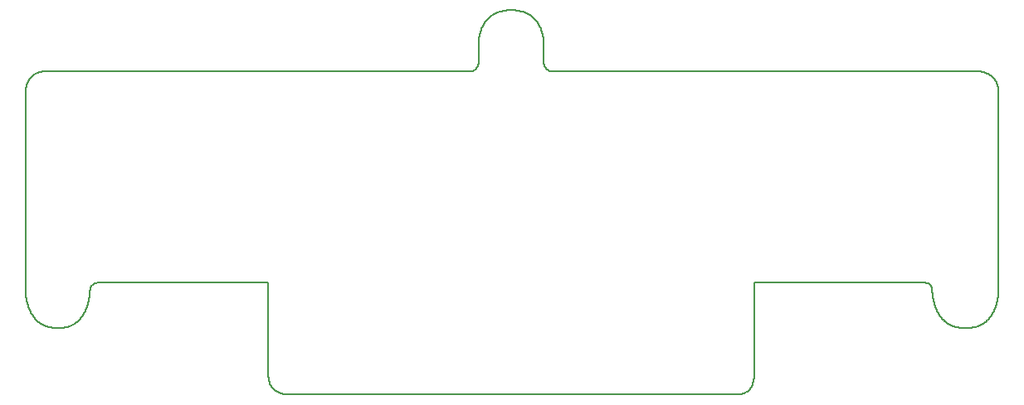
<source format=gm1>
G04 MADE WITH FRITZING*
G04 WWW.FRITZING.ORG*
G04 DOUBLE SIDED*
G04 HOLES PLATED*
G04 CONTOUR ON CENTER OF CONTOUR VECTOR*
%ASAXBY*%
%FSLAX23Y23*%
%MOIN*%
%OFA0B0*%
%SFA1.0B1.0*%
%ADD10C,0.008*%
%LNCONTOUR*%
G90*
G70*
G54D10*
X1939Y1548D02*
X1940Y1548D01*
X1941Y1548D01*
X1942Y1548D01*
X1943Y1548D01*
X1944Y1548D01*
X1945Y1548D01*
X1946Y1548D01*
X1947Y1548D01*
X1948Y1548D01*
X1949Y1548D01*
X1950Y1548D01*
X1951Y1548D01*
X1952Y1548D01*
X1953Y1548D01*
X1954Y1548D01*
X1955Y1548D01*
X1956Y1548D01*
X1957Y1548D01*
X1958Y1548D01*
X1959Y1548D01*
X1960Y1548D01*
X1961Y1548D01*
X1962Y1548D01*
X1963Y1548D01*
X1964Y1548D01*
X1965Y1548D01*
X1966Y1548D01*
X1967Y1548D01*
X1968Y1548D01*
X1969Y1548D01*
X1970Y1548D01*
X1971Y1548D01*
X1972Y1548D01*
X1973Y1548D01*
X1974Y1548D01*
X1975Y1548D01*
X1976Y1548D01*
X1977Y1547D01*
X1978Y1547D01*
X1979Y1547D01*
X1980Y1547D01*
X1981Y1547D01*
X1982Y1547D01*
X1983Y1547D01*
X1984Y1547D01*
X1985Y1546D01*
X1986Y1546D01*
X1987Y1546D01*
X1988Y1546D01*
X1989Y1546D01*
X1990Y1546D01*
X1991Y1545D01*
X1992Y1545D01*
X1993Y1545D01*
X1994Y1545D01*
X1995Y1544D01*
X1996Y1544D01*
X1997Y1544D01*
X1998Y1544D01*
X1999Y1544D01*
X2000Y1543D01*
X2001Y1543D01*
X2002Y1543D01*
X2003Y1542D01*
X2004Y1542D01*
X2005Y1542D01*
X2006Y1541D01*
X2007Y1541D01*
X2008Y1541D01*
X2009Y1541D01*
X2010Y1540D01*
X2011Y1540D01*
X2012Y1539D01*
X2013Y1539D01*
X2014Y1539D01*
X2015Y1538D01*
X2016Y1538D01*
X2017Y1537D01*
X2018Y1537D01*
X2019Y1537D01*
X2020Y1536D01*
X2021Y1536D01*
X2022Y1535D01*
X2023Y1535D01*
X2024Y1534D01*
X2025Y1534D01*
X2026Y1533D01*
X2027Y1533D01*
X2028Y1532D01*
X2029Y1531D01*
X2030Y1531D01*
X2031Y1530D01*
X2032Y1530D01*
X2033Y1529D01*
X2034Y1528D01*
X2035Y1528D01*
X2036Y1527D01*
X2037Y1526D01*
X2038Y1526D01*
X2039Y1525D01*
X2040Y1524D01*
X2041Y1523D01*
X2042Y1523D01*
X2043Y1522D01*
X2044Y1521D01*
X2045Y1520D01*
X2046Y1519D01*
X2047Y1518D01*
X2048Y1517D01*
X2049Y1516D01*
X2050Y1516D01*
X2051Y1515D01*
X2051Y1514D01*
X2052Y1513D01*
X2053Y1512D01*
X2054Y1511D01*
X2055Y1510D01*
X2056Y1509D01*
X2057Y1508D01*
X2058Y1507D01*
X2059Y1506D01*
X2059Y1505D01*
X2060Y1504D01*
X2061Y1503D01*
X2062Y1502D01*
X2062Y1501D01*
X2063Y1500D01*
X2064Y1499D01*
X2064Y1498D01*
X2065Y1497D01*
X2066Y1496D01*
X2066Y1495D01*
X2067Y1494D01*
X2068Y1493D01*
X2068Y1492D01*
X2069Y1491D01*
X2069Y1490D01*
X2070Y1489D01*
X2070Y1488D01*
X2071Y1487D01*
X2071Y1486D01*
X2072Y1485D01*
X2072Y1484D01*
X2073Y1483D01*
X2073Y1482D01*
X2074Y1481D01*
X2074Y1480D01*
X2075Y1479D01*
X2075Y1478D01*
X2076Y1477D01*
X2076Y1475D01*
X2077Y1474D01*
X2077Y1473D01*
X2078Y1472D01*
X2078Y1470D01*
X2079Y1469D01*
X2079Y1467D01*
X2080Y1466D01*
X2080Y1464D01*
X2081Y1463D01*
X2081Y1461D01*
X2082Y1460D01*
X2082Y1457D01*
X2083Y1456D01*
X2083Y1453D01*
X2084Y1452D01*
X2084Y1448D01*
X2085Y1447D01*
X2085Y1442D01*
X2086Y1441D01*
X2086Y1435D01*
X2087Y1434D01*
X2087Y1342D01*
X2088Y1341D01*
X2088Y1336D01*
X2089Y1335D01*
X2089Y1332D01*
X2090Y1331D01*
X2090Y1328D01*
X2091Y1327D01*
X2091Y1326D01*
X2092Y1325D01*
X2092Y1324D01*
X2093Y1323D01*
X2093Y1322D01*
X2094Y1321D01*
X2094Y1320D01*
X2095Y1319D01*
X2095Y1318D01*
X2096Y1317D01*
X2097Y1316D01*
X2097Y1315D01*
X2098Y1314D01*
X2099Y1313D01*
X2100Y1312D01*
X2101Y1311D01*
X2102Y1310D01*
X2103Y1309D01*
X2104Y1308D01*
X2105Y1308D01*
X2106Y1307D01*
X2107Y1306D01*
X2108Y1306D01*
X2109Y1305D01*
X2110Y1305D01*
X2111Y1304D01*
X2112Y1304D01*
X2113Y1304D01*
X2114Y1303D01*
X2115Y1303D01*
X2116Y1303D01*
X2117Y1302D01*
X2118Y1302D01*
X2119Y1302D01*
X2120Y1302D01*
X2121Y1302D01*
X2122Y1302D01*
X2123Y1302D01*
X2124Y1302D01*
X2125Y1301D01*
X2126Y1301D01*
X2127Y1301D01*
X2128Y1301D01*
X2129Y1301D01*
X2130Y1301D01*
X2131Y1301D01*
X2132Y1301D01*
X2133Y1301D01*
X2134Y1301D01*
X2135Y1301D01*
X2136Y1301D01*
X2137Y1301D01*
X2138Y1301D01*
X2139Y1301D01*
X2140Y1301D01*
X2141Y1301D01*
X2142Y1301D01*
X2143Y1301D01*
X2144Y1301D01*
X2145Y1301D01*
X2146Y1301D01*
X2147Y1301D01*
X2148Y1301D01*
X2149Y1301D01*
X2150Y1301D01*
X2151Y1301D01*
X2152Y1301D01*
X2153Y1301D01*
X2154Y1301D01*
X2155Y1301D01*
X2156Y1301D01*
X2157Y1301D01*
X2158Y1301D01*
X2159Y1301D01*
X2160Y1301D01*
X2161Y1301D01*
X2162Y1301D01*
X2163Y1301D01*
X2164Y1301D01*
X2165Y1301D01*
X2166Y1301D01*
X2167Y1301D01*
X2168Y1301D01*
X2169Y1301D01*
X2170Y1301D01*
X2171Y1301D01*
X2172Y1301D01*
X2173Y1301D01*
X2174Y1301D01*
X2175Y1301D01*
X2176Y1301D01*
X2177Y1301D01*
X2178Y1301D01*
X2179Y1301D01*
X2180Y1301D01*
X2181Y1301D01*
X2182Y1301D01*
X2183Y1301D01*
X2184Y1301D01*
X2185Y1301D01*
X2186Y1301D01*
X2187Y1301D01*
X2188Y1301D01*
X2189Y1301D01*
X2190Y1301D01*
X2191Y1301D01*
X2192Y1301D01*
X2193Y1301D01*
X2194Y1301D01*
X2195Y1301D01*
X2196Y1301D01*
X2197Y1301D01*
X2198Y1301D01*
X2199Y1301D01*
X2200Y1301D01*
X2201Y1301D01*
X2202Y1301D01*
X2203Y1301D01*
X2204Y1301D01*
X2205Y1301D01*
X2206Y1301D01*
X2207Y1301D01*
X2208Y1301D01*
X2209Y1301D01*
X2210Y1301D01*
X2211Y1301D01*
X2212Y1301D01*
X2213Y1301D01*
X2214Y1301D01*
X2215Y1301D01*
X2216Y1301D01*
X2217Y1301D01*
X2218Y1301D01*
X2219Y1301D01*
X2220Y1301D01*
X2221Y1301D01*
X2222Y1301D01*
X2223Y1301D01*
X2224Y1301D01*
X2225Y1301D01*
X2226Y1301D01*
X2227Y1301D01*
X2228Y1301D01*
X2229Y1301D01*
X2230Y1301D01*
X2231Y1301D01*
X2232Y1301D01*
X2233Y1301D01*
X2234Y1301D01*
X2235Y1301D01*
X2236Y1301D01*
X2237Y1301D01*
X2238Y1301D01*
X2239Y1301D01*
X2240Y1301D01*
X2241Y1301D01*
X2242Y1301D01*
X2243Y1301D01*
X2244Y1301D01*
X2245Y1301D01*
X2246Y1301D01*
X2247Y1301D01*
X2248Y1301D01*
X2249Y1301D01*
X2250Y1301D01*
X2251Y1301D01*
X2252Y1301D01*
X2253Y1301D01*
X2254Y1301D01*
X2255Y1301D01*
X2256Y1301D01*
X2257Y1301D01*
X2258Y1301D01*
X2259Y1301D01*
X2260Y1301D01*
X2261Y1301D01*
X2262Y1301D01*
X2263Y1301D01*
X2264Y1301D01*
X2265Y1301D01*
X2266Y1301D01*
X2267Y1301D01*
X2268Y1301D01*
X2269Y1301D01*
X2270Y1301D01*
X2271Y1301D01*
X2272Y1301D01*
X2273Y1301D01*
X2274Y1301D01*
X2275Y1301D01*
X2276Y1301D01*
X2277Y1301D01*
X2278Y1301D01*
X2279Y1301D01*
X2280Y1301D01*
X2281Y1301D01*
X2282Y1301D01*
X2283Y1301D01*
X2284Y1301D01*
X2285Y1301D01*
X2286Y1301D01*
X2287Y1301D01*
X2288Y1301D01*
X2289Y1301D01*
X2290Y1301D01*
X2291Y1301D01*
X2292Y1301D01*
X2293Y1301D01*
X2294Y1301D01*
X2295Y1301D01*
X2296Y1301D01*
X2297Y1301D01*
X2298Y1301D01*
X2299Y1301D01*
X2300Y1301D01*
X2301Y1301D01*
X2302Y1301D01*
X2303Y1301D01*
X2304Y1301D01*
X2305Y1301D01*
X2306Y1301D01*
X2307Y1301D01*
X2308Y1301D01*
X2309Y1301D01*
X2310Y1301D01*
X2311Y1301D01*
X2312Y1301D01*
X2313Y1301D01*
X2314Y1301D01*
X2315Y1301D01*
X2316Y1301D01*
X2317Y1301D01*
X2318Y1301D01*
X2319Y1301D01*
X2320Y1301D01*
X2321Y1301D01*
X2322Y1301D01*
X2323Y1301D01*
X2324Y1301D01*
X2325Y1301D01*
X2326Y1301D01*
X2327Y1301D01*
X2328Y1301D01*
X2329Y1301D01*
X2330Y1301D01*
X2331Y1301D01*
X2332Y1301D01*
X2333Y1301D01*
X2334Y1301D01*
X2335Y1301D01*
X2336Y1301D01*
X2337Y1301D01*
X2338Y1301D01*
X2339Y1301D01*
X2340Y1301D01*
X2341Y1301D01*
X2342Y1301D01*
X2343Y1301D01*
X2344Y1301D01*
X2345Y1301D01*
X2346Y1301D01*
X2347Y1301D01*
X2348Y1301D01*
X2349Y1301D01*
X2350Y1301D01*
X2351Y1301D01*
X2352Y1301D01*
X2353Y1301D01*
X2354Y1301D01*
X2355Y1301D01*
X2356Y1301D01*
X2357Y1301D01*
X2358Y1301D01*
X2359Y1301D01*
X2360Y1301D01*
X2361Y1301D01*
X2362Y1301D01*
X2363Y1301D01*
X2364Y1301D01*
X2365Y1301D01*
X2366Y1301D01*
X2367Y1301D01*
X2368Y1301D01*
X2369Y1301D01*
X2370Y1301D01*
X2371Y1301D01*
X2372Y1301D01*
X2373Y1301D01*
X2374Y1301D01*
X2375Y1301D01*
X2376Y1301D01*
X2377Y1301D01*
X2378Y1301D01*
X2379Y1301D01*
X2380Y1301D01*
X2381Y1301D01*
X2382Y1301D01*
X2383Y1301D01*
X2384Y1301D01*
X2385Y1301D01*
X2386Y1301D01*
X2387Y1301D01*
X2388Y1301D01*
X2389Y1301D01*
X2390Y1301D01*
X2391Y1301D01*
X2392Y1301D01*
X2393Y1301D01*
X2394Y1301D01*
X2395Y1301D01*
X2396Y1301D01*
X2397Y1301D01*
X2398Y1301D01*
X2399Y1301D01*
X2400Y1301D01*
X2401Y1301D01*
X2402Y1301D01*
X2403Y1301D01*
X2404Y1301D01*
X2405Y1301D01*
X2406Y1301D01*
X2407Y1301D01*
X2408Y1301D01*
X2409Y1301D01*
X2410Y1301D01*
X2411Y1301D01*
X2412Y1301D01*
X2413Y1301D01*
X2414Y1301D01*
X2415Y1301D01*
X2416Y1301D01*
X2417Y1301D01*
X2418Y1301D01*
X2419Y1301D01*
X2420Y1301D01*
X2421Y1301D01*
X2422Y1301D01*
X2423Y1301D01*
X2424Y1301D01*
X2425Y1301D01*
X2426Y1301D01*
X2427Y1301D01*
X2428Y1301D01*
X2429Y1301D01*
X2430Y1301D01*
X2431Y1301D01*
X2432Y1301D01*
X2433Y1301D01*
X2434Y1301D01*
X2435Y1301D01*
X2436Y1301D01*
X2437Y1301D01*
X2438Y1301D01*
X2439Y1301D01*
X2440Y1301D01*
X2441Y1301D01*
X2442Y1301D01*
X2443Y1301D01*
X2444Y1301D01*
X2445Y1301D01*
X2446Y1301D01*
X2447Y1301D01*
X2448Y1301D01*
X2449Y1301D01*
X2450Y1301D01*
X2451Y1301D01*
X2452Y1301D01*
X2453Y1301D01*
X2454Y1301D01*
X2455Y1301D01*
X2456Y1301D01*
X2457Y1301D01*
X2458Y1301D01*
X2459Y1301D01*
X2460Y1301D01*
X2461Y1301D01*
X2462Y1301D01*
X2463Y1301D01*
X2464Y1301D01*
X2465Y1301D01*
X2466Y1301D01*
X2467Y1301D01*
X2468Y1301D01*
X2469Y1301D01*
X2470Y1301D01*
X2471Y1301D01*
X2472Y1301D01*
X2473Y1301D01*
X2474Y1301D01*
X2475Y1301D01*
X2476Y1301D01*
X2477Y1301D01*
X2478Y1301D01*
X2479Y1301D01*
X2480Y1301D01*
X2481Y1301D01*
X2482Y1301D01*
X2483Y1301D01*
X2484Y1301D01*
X2485Y1301D01*
X2486Y1301D01*
X2487Y1301D01*
X2488Y1301D01*
X2489Y1301D01*
X2490Y1301D01*
X2491Y1301D01*
X2492Y1301D01*
X2493Y1301D01*
X2494Y1301D01*
X2495Y1301D01*
X2496Y1301D01*
X2497Y1301D01*
X2498Y1301D01*
X2499Y1301D01*
X2500Y1301D01*
X2501Y1301D01*
X2502Y1301D01*
X2503Y1301D01*
X2504Y1301D01*
X2505Y1301D01*
X2506Y1301D01*
X2507Y1301D01*
X2508Y1301D01*
X2509Y1301D01*
X2510Y1301D01*
X2511Y1301D01*
X2512Y1301D01*
X2513Y1301D01*
X2514Y1301D01*
X2515Y1301D01*
X2516Y1301D01*
X2517Y1301D01*
X2518Y1301D01*
X2519Y1301D01*
X2520Y1301D01*
X2521Y1301D01*
X2522Y1301D01*
X2523Y1301D01*
X2524Y1301D01*
X2525Y1301D01*
X2526Y1301D01*
X2527Y1301D01*
X2528Y1301D01*
X2529Y1301D01*
X2530Y1301D01*
X2531Y1301D01*
X2532Y1301D01*
X2533Y1301D01*
X2534Y1301D01*
X2535Y1301D01*
X2536Y1301D01*
X2537Y1301D01*
X2538Y1301D01*
X2539Y1301D01*
X2540Y1301D01*
X2541Y1301D01*
X2542Y1301D01*
X2543Y1301D01*
X2544Y1301D01*
X2545Y1301D01*
X2546Y1301D01*
X2547Y1301D01*
X2548Y1301D01*
X2549Y1301D01*
X2550Y1301D01*
X2551Y1301D01*
X2552Y1301D01*
X2553Y1301D01*
X2554Y1301D01*
X2555Y1301D01*
X2556Y1301D01*
X2557Y1301D01*
X2558Y1301D01*
X2559Y1301D01*
X2560Y1301D01*
X2561Y1301D01*
X2562Y1301D01*
X2563Y1301D01*
X2564Y1301D01*
X2565Y1301D01*
X2566Y1301D01*
X2567Y1301D01*
X2568Y1301D01*
X2569Y1301D01*
X2570Y1301D01*
X2571Y1301D01*
X2572Y1301D01*
X2573Y1301D01*
X2574Y1301D01*
X2575Y1301D01*
X2576Y1301D01*
X2577Y1301D01*
X2578Y1301D01*
X2579Y1301D01*
X2580Y1301D01*
X2581Y1301D01*
X2582Y1301D01*
X2583Y1301D01*
X2584Y1301D01*
X2585Y1301D01*
X2586Y1301D01*
X2587Y1301D01*
X2588Y1301D01*
X2589Y1301D01*
X2590Y1301D01*
X2591Y1301D01*
X2592Y1301D01*
X2593Y1301D01*
X2594Y1301D01*
X2595Y1301D01*
X2596Y1301D01*
X2597Y1301D01*
X2598Y1301D01*
X2599Y1301D01*
X2600Y1301D01*
X2601Y1301D01*
X2602Y1301D01*
X2603Y1301D01*
X2604Y1301D01*
X2605Y1301D01*
X2606Y1301D01*
X2607Y1301D01*
X2608Y1301D01*
X2609Y1301D01*
X2610Y1301D01*
X2611Y1301D01*
X2612Y1301D01*
X2613Y1301D01*
X2614Y1301D01*
X2615Y1301D01*
X2616Y1301D01*
X2617Y1301D01*
X2618Y1301D01*
X2619Y1301D01*
X2620Y1301D01*
X2621Y1301D01*
X2622Y1301D01*
X2623Y1301D01*
X2624Y1301D01*
X2625Y1301D01*
X2626Y1301D01*
X2627Y1301D01*
X2628Y1301D01*
X2629Y1301D01*
X2630Y1301D01*
X2631Y1301D01*
X2632Y1301D01*
X2633Y1301D01*
X2634Y1301D01*
X2635Y1301D01*
X2636Y1301D01*
X2637Y1301D01*
X2638Y1301D01*
X2639Y1301D01*
X2640Y1301D01*
X2641Y1301D01*
X2642Y1301D01*
X2643Y1301D01*
X2644Y1301D01*
X2645Y1301D01*
X2646Y1301D01*
X2647Y1301D01*
X2648Y1301D01*
X2649Y1301D01*
X2650Y1301D01*
X2651Y1301D01*
X2652Y1301D01*
X2653Y1301D01*
X2654Y1301D01*
X2655Y1301D01*
X2656Y1301D01*
X2657Y1301D01*
X2658Y1301D01*
X2659Y1301D01*
X2660Y1301D01*
X2661Y1301D01*
X2662Y1301D01*
X2663Y1301D01*
X2664Y1301D01*
X2665Y1301D01*
X2666Y1301D01*
X2667Y1301D01*
X2668Y1301D01*
X2669Y1301D01*
X2670Y1301D01*
X2671Y1301D01*
X2672Y1301D01*
X2673Y1301D01*
X2674Y1301D01*
X2675Y1301D01*
X2676Y1301D01*
X2677Y1301D01*
X2678Y1301D01*
X2679Y1301D01*
X2680Y1301D01*
X2681Y1301D01*
X2682Y1301D01*
X2683Y1301D01*
X2684Y1301D01*
X2685Y1301D01*
X2686Y1301D01*
X2687Y1301D01*
X2688Y1301D01*
X2689Y1301D01*
X2690Y1301D01*
X2691Y1301D01*
X2692Y1301D01*
X2693Y1301D01*
X2694Y1301D01*
X2695Y1301D01*
X2696Y1301D01*
X2697Y1301D01*
X2698Y1301D01*
X2699Y1301D01*
X2700Y1301D01*
X2701Y1301D01*
X2702Y1301D01*
X2703Y1301D01*
X2704Y1301D01*
X2705Y1301D01*
X2706Y1301D01*
X2707Y1301D01*
X2708Y1301D01*
X2709Y1301D01*
X2710Y1301D01*
X2711Y1301D01*
X2712Y1301D01*
X2713Y1301D01*
X2714Y1301D01*
X2715Y1301D01*
X2716Y1301D01*
X2717Y1301D01*
X2718Y1301D01*
X2719Y1301D01*
X2720Y1301D01*
X2721Y1301D01*
X2722Y1301D01*
X2723Y1301D01*
X2724Y1301D01*
X2725Y1301D01*
X2726Y1301D01*
X2727Y1301D01*
X2728Y1301D01*
X2729Y1301D01*
X2730Y1301D01*
X2731Y1301D01*
X2732Y1301D01*
X2733Y1301D01*
X2734Y1301D01*
X2735Y1301D01*
X2736Y1301D01*
X2737Y1301D01*
X2738Y1301D01*
X2739Y1301D01*
X2740Y1301D01*
X2741Y1301D01*
X2742Y1301D01*
X2743Y1301D01*
X2744Y1301D01*
X2745Y1301D01*
X2746Y1301D01*
X2747Y1301D01*
X2748Y1301D01*
X2749Y1301D01*
X2750Y1301D01*
X2751Y1301D01*
X2752Y1301D01*
X2753Y1301D01*
X2754Y1301D01*
X2755Y1301D01*
X2756Y1301D01*
X2757Y1301D01*
X2758Y1301D01*
X2759Y1301D01*
X2760Y1301D01*
X2761Y1301D01*
X2762Y1301D01*
X2763Y1301D01*
X2764Y1301D01*
X2765Y1301D01*
X2766Y1301D01*
X2767Y1301D01*
X2768Y1301D01*
X2769Y1301D01*
X2770Y1301D01*
X2771Y1301D01*
X2772Y1301D01*
X2773Y1301D01*
X2774Y1301D01*
X2775Y1301D01*
X2776Y1301D01*
X2777Y1301D01*
X2778Y1301D01*
X2779Y1301D01*
X2780Y1301D01*
X2781Y1301D01*
X2782Y1301D01*
X2783Y1301D01*
X2784Y1301D01*
X2785Y1301D01*
X2786Y1301D01*
X2787Y1301D01*
X2788Y1301D01*
X2789Y1301D01*
X2790Y1301D01*
X2791Y1301D01*
X2792Y1301D01*
X2793Y1301D01*
X2794Y1301D01*
X2795Y1301D01*
X2796Y1301D01*
X2797Y1301D01*
X2798Y1301D01*
X2799Y1301D01*
X2800Y1301D01*
X2801Y1301D01*
X2802Y1301D01*
X2803Y1301D01*
X2804Y1301D01*
X2805Y1301D01*
X2806Y1301D01*
X2807Y1301D01*
X2808Y1301D01*
X2809Y1301D01*
X2810Y1301D01*
X2811Y1301D01*
X2812Y1301D01*
X2813Y1301D01*
X2814Y1301D01*
X2815Y1301D01*
X2816Y1301D01*
X2817Y1301D01*
X2818Y1301D01*
X2819Y1301D01*
X2820Y1301D01*
X2821Y1301D01*
X2822Y1301D01*
X2823Y1301D01*
X2824Y1301D01*
X2825Y1301D01*
X2826Y1301D01*
X2827Y1301D01*
X2828Y1301D01*
X2829Y1301D01*
X2830Y1301D01*
X2831Y1301D01*
X2832Y1301D01*
X2833Y1301D01*
X2834Y1301D01*
X2835Y1301D01*
X2836Y1301D01*
X2837Y1301D01*
X2838Y1301D01*
X2839Y1301D01*
X2840Y1301D01*
X2841Y1301D01*
X2842Y1301D01*
X2843Y1301D01*
X2844Y1301D01*
X2845Y1301D01*
X2846Y1301D01*
X2847Y1301D01*
X2848Y1301D01*
X2849Y1301D01*
X2850Y1301D01*
X2851Y1301D01*
X2852Y1301D01*
X2853Y1301D01*
X2854Y1301D01*
X2855Y1301D01*
X2856Y1301D01*
X2857Y1301D01*
X2858Y1301D01*
X2859Y1301D01*
X2860Y1301D01*
X2861Y1301D01*
X2862Y1301D01*
X2863Y1301D01*
X2864Y1301D01*
X2865Y1301D01*
X2866Y1301D01*
X2867Y1301D01*
X2868Y1301D01*
X2869Y1301D01*
X2870Y1301D01*
X2871Y1301D01*
X2872Y1301D01*
X2873Y1301D01*
X2874Y1301D01*
X2875Y1301D01*
X2876Y1301D01*
X2877Y1301D01*
X2878Y1301D01*
X2879Y1301D01*
X2880Y1301D01*
X2881Y1301D01*
X2882Y1301D01*
X2883Y1301D01*
X2884Y1301D01*
X2885Y1301D01*
X2886Y1301D01*
X2887Y1301D01*
X2888Y1301D01*
X2889Y1301D01*
X2890Y1301D01*
X2891Y1301D01*
X2892Y1301D01*
X2893Y1301D01*
X2894Y1301D01*
X2895Y1301D01*
X2896Y1301D01*
X2897Y1301D01*
X2898Y1301D01*
X2899Y1301D01*
X2900Y1301D01*
X2901Y1301D01*
X2902Y1301D01*
X2903Y1301D01*
X2904Y1301D01*
X2905Y1301D01*
X2906Y1301D01*
X2907Y1301D01*
X2908Y1301D01*
X2909Y1301D01*
X2910Y1301D01*
X2911Y1301D01*
X2912Y1301D01*
X2913Y1301D01*
X2914Y1301D01*
X2915Y1301D01*
X2916Y1301D01*
X2917Y1301D01*
X2918Y1301D01*
X2919Y1301D01*
X2920Y1301D01*
X2921Y1301D01*
X2922Y1301D01*
X2923Y1301D01*
X2924Y1301D01*
X2925Y1301D01*
X2926Y1301D01*
X2927Y1301D01*
X2928Y1301D01*
X2929Y1301D01*
X2930Y1301D01*
X2931Y1301D01*
X2932Y1301D01*
X2933Y1301D01*
X2934Y1301D01*
X2935Y1301D01*
X2936Y1301D01*
X2937Y1301D01*
X2938Y1301D01*
X2939Y1301D01*
X2940Y1301D01*
X2941Y1301D01*
X2942Y1301D01*
X2943Y1301D01*
X2944Y1301D01*
X2945Y1301D01*
X2946Y1301D01*
X2947Y1301D01*
X2948Y1301D01*
X2949Y1301D01*
X2950Y1301D01*
X2951Y1301D01*
X2952Y1301D01*
X2953Y1301D01*
X2954Y1301D01*
X2955Y1301D01*
X2956Y1301D01*
X2957Y1301D01*
X2958Y1301D01*
X2959Y1301D01*
X2960Y1301D01*
X2961Y1301D01*
X2962Y1301D01*
X2963Y1301D01*
X2964Y1301D01*
X2965Y1301D01*
X2966Y1301D01*
X2967Y1301D01*
X2968Y1301D01*
X2969Y1301D01*
X2970Y1301D01*
X2971Y1301D01*
X2972Y1301D01*
X2973Y1301D01*
X2974Y1301D01*
X2975Y1301D01*
X2976Y1301D01*
X2977Y1301D01*
X2978Y1301D01*
X2979Y1301D01*
X2980Y1301D01*
X2981Y1301D01*
X2982Y1301D01*
X2983Y1301D01*
X2984Y1301D01*
X2985Y1301D01*
X2986Y1301D01*
X2987Y1301D01*
X2988Y1301D01*
X2989Y1301D01*
X2990Y1301D01*
X2991Y1301D01*
X2992Y1301D01*
X2993Y1301D01*
X2994Y1301D01*
X2995Y1301D01*
X2996Y1301D01*
X2997Y1301D01*
X2998Y1301D01*
X2999Y1301D01*
X3000Y1301D01*
X3001Y1301D01*
X3002Y1301D01*
X3003Y1301D01*
X3004Y1301D01*
X3005Y1301D01*
X3006Y1301D01*
X3007Y1301D01*
X3008Y1301D01*
X3009Y1301D01*
X3010Y1301D01*
X3011Y1301D01*
X3012Y1301D01*
X3013Y1301D01*
X3014Y1301D01*
X3015Y1301D01*
X3016Y1301D01*
X3017Y1301D01*
X3018Y1301D01*
X3019Y1301D01*
X3020Y1301D01*
X3021Y1301D01*
X3022Y1301D01*
X3023Y1301D01*
X3024Y1301D01*
X3025Y1301D01*
X3026Y1301D01*
X3027Y1301D01*
X3028Y1301D01*
X3029Y1301D01*
X3030Y1301D01*
X3031Y1301D01*
X3032Y1301D01*
X3033Y1301D01*
X3034Y1301D01*
X3035Y1301D01*
X3036Y1301D01*
X3037Y1301D01*
X3038Y1301D01*
X3039Y1301D01*
X3040Y1301D01*
X3041Y1301D01*
X3042Y1301D01*
X3043Y1301D01*
X3044Y1301D01*
X3045Y1301D01*
X3046Y1301D01*
X3047Y1301D01*
X3048Y1301D01*
X3049Y1301D01*
X3050Y1301D01*
X3051Y1301D01*
X3052Y1301D01*
X3053Y1301D01*
X3054Y1301D01*
X3055Y1301D01*
X3056Y1301D01*
X3057Y1301D01*
X3058Y1301D01*
X3059Y1301D01*
X3060Y1301D01*
X3061Y1301D01*
X3062Y1301D01*
X3063Y1301D01*
X3064Y1301D01*
X3065Y1301D01*
X3066Y1301D01*
X3067Y1301D01*
X3068Y1301D01*
X3069Y1301D01*
X3070Y1301D01*
X3071Y1301D01*
X3072Y1301D01*
X3073Y1301D01*
X3074Y1301D01*
X3075Y1301D01*
X3076Y1301D01*
X3077Y1301D01*
X3078Y1301D01*
X3079Y1301D01*
X3080Y1301D01*
X3081Y1301D01*
X3082Y1301D01*
X3083Y1301D01*
X3084Y1301D01*
X3085Y1301D01*
X3086Y1301D01*
X3087Y1301D01*
X3088Y1301D01*
X3089Y1301D01*
X3090Y1301D01*
X3091Y1301D01*
X3092Y1301D01*
X3093Y1301D01*
X3094Y1301D01*
X3095Y1301D01*
X3096Y1301D01*
X3097Y1301D01*
X3098Y1301D01*
X3099Y1301D01*
X3100Y1301D01*
X3101Y1301D01*
X3102Y1301D01*
X3103Y1301D01*
X3104Y1301D01*
X3105Y1301D01*
X3106Y1301D01*
X3107Y1301D01*
X3108Y1301D01*
X3109Y1301D01*
X3110Y1301D01*
X3111Y1301D01*
X3112Y1301D01*
X3113Y1301D01*
X3114Y1301D01*
X3115Y1301D01*
X3116Y1301D01*
X3117Y1301D01*
X3118Y1301D01*
X3119Y1301D01*
X3120Y1301D01*
X3121Y1301D01*
X3122Y1301D01*
X3123Y1301D01*
X3124Y1301D01*
X3125Y1301D01*
X3126Y1301D01*
X3127Y1301D01*
X3128Y1301D01*
X3129Y1301D01*
X3130Y1301D01*
X3131Y1301D01*
X3132Y1301D01*
X3133Y1301D01*
X3134Y1301D01*
X3135Y1301D01*
X3136Y1301D01*
X3137Y1301D01*
X3138Y1301D01*
X3139Y1301D01*
X3140Y1301D01*
X3141Y1301D01*
X3142Y1301D01*
X3143Y1301D01*
X3144Y1301D01*
X3145Y1301D01*
X3146Y1301D01*
X3147Y1301D01*
X3148Y1301D01*
X3149Y1301D01*
X3150Y1301D01*
X3151Y1301D01*
X3152Y1301D01*
X3153Y1301D01*
X3154Y1301D01*
X3155Y1301D01*
X3156Y1301D01*
X3157Y1301D01*
X3158Y1301D01*
X3159Y1301D01*
X3160Y1301D01*
X3161Y1301D01*
X3162Y1301D01*
X3163Y1301D01*
X3164Y1301D01*
X3165Y1301D01*
X3166Y1301D01*
X3167Y1301D01*
X3168Y1301D01*
X3169Y1301D01*
X3170Y1301D01*
X3171Y1301D01*
X3172Y1301D01*
X3173Y1301D01*
X3174Y1301D01*
X3175Y1301D01*
X3176Y1301D01*
X3177Y1301D01*
X3178Y1301D01*
X3179Y1301D01*
X3180Y1301D01*
X3181Y1301D01*
X3182Y1301D01*
X3183Y1301D01*
X3184Y1301D01*
X3185Y1301D01*
X3186Y1301D01*
X3187Y1301D01*
X3188Y1301D01*
X3189Y1301D01*
X3190Y1301D01*
X3191Y1301D01*
X3192Y1301D01*
X3193Y1301D01*
X3194Y1301D01*
X3195Y1301D01*
X3196Y1301D01*
X3197Y1301D01*
X3198Y1301D01*
X3199Y1301D01*
X3200Y1301D01*
X3201Y1301D01*
X3202Y1301D01*
X3203Y1301D01*
X3204Y1301D01*
X3205Y1301D01*
X3206Y1301D01*
X3207Y1301D01*
X3208Y1301D01*
X3209Y1301D01*
X3210Y1301D01*
X3211Y1301D01*
X3212Y1301D01*
X3213Y1301D01*
X3214Y1301D01*
X3215Y1301D01*
X3216Y1301D01*
X3217Y1301D01*
X3218Y1301D01*
X3219Y1301D01*
X3220Y1301D01*
X3221Y1301D01*
X3222Y1301D01*
X3223Y1301D01*
X3224Y1301D01*
X3225Y1301D01*
X3226Y1301D01*
X3227Y1301D01*
X3228Y1301D01*
X3229Y1301D01*
X3230Y1301D01*
X3231Y1301D01*
X3232Y1301D01*
X3233Y1301D01*
X3234Y1301D01*
X3235Y1301D01*
X3236Y1301D01*
X3237Y1301D01*
X3238Y1301D01*
X3239Y1301D01*
X3240Y1301D01*
X3241Y1301D01*
X3242Y1301D01*
X3243Y1301D01*
X3244Y1301D01*
X3245Y1301D01*
X3246Y1301D01*
X3247Y1301D01*
X3248Y1301D01*
X3249Y1301D01*
X3250Y1301D01*
X3251Y1301D01*
X3252Y1301D01*
X3253Y1301D01*
X3254Y1301D01*
X3255Y1301D01*
X3256Y1301D01*
X3257Y1301D01*
X3258Y1301D01*
X3259Y1301D01*
X3260Y1301D01*
X3261Y1301D01*
X3262Y1301D01*
X3263Y1301D01*
X3264Y1301D01*
X3265Y1301D01*
X3266Y1301D01*
X3267Y1301D01*
X3268Y1301D01*
X3269Y1301D01*
X3270Y1301D01*
X3271Y1301D01*
X3272Y1301D01*
X3273Y1301D01*
X3274Y1301D01*
X3275Y1301D01*
X3276Y1301D01*
X3277Y1301D01*
X3278Y1301D01*
X3279Y1301D01*
X3280Y1301D01*
X3281Y1301D01*
X3282Y1301D01*
X3283Y1301D01*
X3284Y1301D01*
X3285Y1301D01*
X3286Y1301D01*
X3287Y1301D01*
X3288Y1301D01*
X3289Y1301D01*
X3290Y1301D01*
X3291Y1301D01*
X3292Y1301D01*
X3293Y1301D01*
X3294Y1301D01*
X3295Y1301D01*
X3296Y1301D01*
X3297Y1301D01*
X3298Y1301D01*
X3299Y1301D01*
X3300Y1301D01*
X3301Y1301D01*
X3302Y1301D01*
X3303Y1301D01*
X3304Y1301D01*
X3305Y1301D01*
X3306Y1301D01*
X3307Y1301D01*
X3308Y1301D01*
X3309Y1301D01*
X3310Y1301D01*
X3311Y1301D01*
X3312Y1301D01*
X3313Y1301D01*
X3314Y1301D01*
X3315Y1301D01*
X3316Y1301D01*
X3317Y1301D01*
X3318Y1301D01*
X3319Y1301D01*
X3320Y1301D01*
X3321Y1301D01*
X3322Y1301D01*
X3323Y1301D01*
X3324Y1301D01*
X3325Y1301D01*
X3326Y1301D01*
X3327Y1301D01*
X3328Y1301D01*
X3329Y1301D01*
X3330Y1301D01*
X3331Y1301D01*
X3332Y1301D01*
X3333Y1301D01*
X3334Y1301D01*
X3335Y1301D01*
X3336Y1301D01*
X3337Y1301D01*
X3338Y1301D01*
X3339Y1301D01*
X3340Y1301D01*
X3341Y1301D01*
X3342Y1301D01*
X3343Y1301D01*
X3344Y1301D01*
X3345Y1301D01*
X3346Y1301D01*
X3347Y1301D01*
X3348Y1301D01*
X3349Y1301D01*
X3350Y1301D01*
X3351Y1301D01*
X3352Y1301D01*
X3353Y1301D01*
X3354Y1301D01*
X3355Y1301D01*
X3356Y1301D01*
X3357Y1301D01*
X3358Y1301D01*
X3359Y1301D01*
X3360Y1301D01*
X3361Y1301D01*
X3362Y1301D01*
X3363Y1301D01*
X3364Y1301D01*
X3365Y1301D01*
X3366Y1301D01*
X3367Y1301D01*
X3368Y1301D01*
X3369Y1301D01*
X3370Y1301D01*
X3371Y1301D01*
X3372Y1301D01*
X3373Y1301D01*
X3374Y1301D01*
X3375Y1301D01*
X3376Y1301D01*
X3377Y1301D01*
X3378Y1301D01*
X3379Y1301D01*
X3380Y1301D01*
X3381Y1301D01*
X3382Y1301D01*
X3383Y1301D01*
X3384Y1301D01*
X3385Y1301D01*
X3386Y1301D01*
X3387Y1301D01*
X3388Y1301D01*
X3389Y1301D01*
X3390Y1301D01*
X3391Y1301D01*
X3392Y1301D01*
X3393Y1301D01*
X3394Y1301D01*
X3395Y1301D01*
X3396Y1301D01*
X3397Y1301D01*
X3398Y1301D01*
X3399Y1301D01*
X3400Y1301D01*
X3401Y1301D01*
X3402Y1301D01*
X3403Y1301D01*
X3404Y1301D01*
X3405Y1301D01*
X3406Y1301D01*
X3407Y1301D01*
X3408Y1301D01*
X3409Y1301D01*
X3410Y1301D01*
X3411Y1301D01*
X3412Y1301D01*
X3413Y1301D01*
X3414Y1301D01*
X3415Y1301D01*
X3416Y1301D01*
X3417Y1301D01*
X3418Y1301D01*
X3419Y1301D01*
X3420Y1301D01*
X3421Y1301D01*
X3422Y1301D01*
X3423Y1301D01*
X3424Y1301D01*
X3425Y1301D01*
X3426Y1301D01*
X3427Y1301D01*
X3428Y1301D01*
X3429Y1301D01*
X3430Y1301D01*
X3431Y1301D01*
X3432Y1301D01*
X3433Y1301D01*
X3434Y1301D01*
X3435Y1301D01*
X3436Y1301D01*
X3437Y1301D01*
X3438Y1301D01*
X3439Y1301D01*
X3440Y1301D01*
X3441Y1301D01*
X3442Y1301D01*
X3443Y1301D01*
X3444Y1301D01*
X3445Y1301D01*
X3446Y1301D01*
X3447Y1301D01*
X3448Y1301D01*
X3449Y1301D01*
X3450Y1301D01*
X3451Y1301D01*
X3452Y1301D01*
X3453Y1301D01*
X3454Y1301D01*
X3455Y1301D01*
X3456Y1301D01*
X3457Y1301D01*
X3458Y1301D01*
X3459Y1301D01*
X3460Y1301D01*
X3461Y1301D01*
X3462Y1301D01*
X3463Y1301D01*
X3464Y1301D01*
X3465Y1301D01*
X3466Y1301D01*
X3467Y1301D01*
X3468Y1301D01*
X3469Y1301D01*
X3470Y1301D01*
X3471Y1301D01*
X3472Y1301D01*
X3473Y1301D01*
X3474Y1301D01*
X3475Y1301D01*
X3476Y1301D01*
X3477Y1301D01*
X3478Y1301D01*
X3479Y1301D01*
X3480Y1301D01*
X3481Y1301D01*
X3482Y1301D01*
X3483Y1301D01*
X3484Y1301D01*
X3485Y1301D01*
X3486Y1301D01*
X3487Y1301D01*
X3488Y1301D01*
X3489Y1301D01*
X3490Y1301D01*
X3491Y1301D01*
X3492Y1301D01*
X3493Y1301D01*
X3494Y1301D01*
X3495Y1301D01*
X3496Y1301D01*
X3497Y1301D01*
X3498Y1301D01*
X3499Y1301D01*
X3500Y1301D01*
X3501Y1301D01*
X3502Y1301D01*
X3503Y1301D01*
X3504Y1301D01*
X3505Y1301D01*
X3506Y1301D01*
X3507Y1301D01*
X3508Y1301D01*
X3509Y1301D01*
X3510Y1301D01*
X3511Y1301D01*
X3512Y1301D01*
X3513Y1301D01*
X3514Y1301D01*
X3515Y1301D01*
X3516Y1301D01*
X3517Y1301D01*
X3518Y1301D01*
X3519Y1301D01*
X3520Y1301D01*
X3521Y1301D01*
X3522Y1301D01*
X3523Y1301D01*
X3524Y1301D01*
X3525Y1301D01*
X3526Y1301D01*
X3527Y1301D01*
X3528Y1301D01*
X3529Y1301D01*
X3530Y1301D01*
X3531Y1301D01*
X3532Y1301D01*
X3533Y1301D01*
X3534Y1301D01*
X3535Y1301D01*
X3536Y1301D01*
X3537Y1301D01*
X3538Y1301D01*
X3539Y1301D01*
X3540Y1301D01*
X3541Y1301D01*
X3542Y1301D01*
X3543Y1301D01*
X3544Y1301D01*
X3545Y1301D01*
X3546Y1301D01*
X3547Y1301D01*
X3548Y1301D01*
X3549Y1301D01*
X3550Y1301D01*
X3551Y1301D01*
X3552Y1301D01*
X3553Y1301D01*
X3554Y1301D01*
X3555Y1301D01*
X3556Y1301D01*
X3557Y1301D01*
X3558Y1301D01*
X3559Y1301D01*
X3560Y1301D01*
X3561Y1301D01*
X3562Y1301D01*
X3563Y1301D01*
X3564Y1301D01*
X3565Y1301D01*
X3566Y1301D01*
X3567Y1301D01*
X3568Y1301D01*
X3569Y1301D01*
X3570Y1301D01*
X3571Y1301D01*
X3572Y1301D01*
X3573Y1301D01*
X3574Y1301D01*
X3575Y1301D01*
X3576Y1301D01*
X3577Y1301D01*
X3578Y1301D01*
X3579Y1301D01*
X3580Y1301D01*
X3581Y1301D01*
X3582Y1301D01*
X3583Y1301D01*
X3584Y1301D01*
X3585Y1301D01*
X3586Y1301D01*
X3587Y1301D01*
X3588Y1301D01*
X3589Y1301D01*
X3590Y1301D01*
X3591Y1301D01*
X3592Y1301D01*
X3593Y1301D01*
X3594Y1301D01*
X3595Y1301D01*
X3596Y1301D01*
X3597Y1301D01*
X3598Y1301D01*
X3599Y1301D01*
X3600Y1301D01*
X3601Y1301D01*
X3602Y1301D01*
X3603Y1301D01*
X3604Y1301D01*
X3605Y1301D01*
X3606Y1301D01*
X3607Y1301D01*
X3608Y1301D01*
X3609Y1301D01*
X3610Y1301D01*
X3611Y1301D01*
X3612Y1301D01*
X3613Y1301D01*
X3614Y1301D01*
X3615Y1301D01*
X3616Y1301D01*
X3617Y1301D01*
X3618Y1301D01*
X3619Y1301D01*
X3620Y1301D01*
X3621Y1301D01*
X3622Y1301D01*
X3623Y1301D01*
X3624Y1301D01*
X3625Y1301D01*
X3626Y1301D01*
X3627Y1301D01*
X3628Y1301D01*
X3629Y1301D01*
X3630Y1301D01*
X3631Y1301D01*
X3632Y1301D01*
X3633Y1301D01*
X3634Y1301D01*
X3635Y1301D01*
X3636Y1301D01*
X3637Y1301D01*
X3638Y1301D01*
X3639Y1301D01*
X3640Y1301D01*
X3641Y1301D01*
X3642Y1301D01*
X3643Y1301D01*
X3644Y1301D01*
X3645Y1301D01*
X3646Y1301D01*
X3647Y1301D01*
X3648Y1301D01*
X3649Y1301D01*
X3650Y1301D01*
X3651Y1301D01*
X3652Y1301D01*
X3653Y1301D01*
X3654Y1301D01*
X3655Y1301D01*
X3656Y1301D01*
X3657Y1301D01*
X3658Y1301D01*
X3659Y1301D01*
X3660Y1301D01*
X3661Y1301D01*
X3662Y1301D01*
X3663Y1301D01*
X3664Y1301D01*
X3665Y1301D01*
X3666Y1301D01*
X3667Y1301D01*
X3668Y1301D01*
X3669Y1301D01*
X3670Y1301D01*
X3671Y1301D01*
X3672Y1301D01*
X3673Y1301D01*
X3674Y1301D01*
X3675Y1301D01*
X3676Y1301D01*
X3677Y1301D01*
X3678Y1301D01*
X3679Y1301D01*
X3680Y1301D01*
X3681Y1301D01*
X3682Y1301D01*
X3683Y1301D01*
X3684Y1301D01*
X3685Y1301D01*
X3686Y1301D01*
X3687Y1301D01*
X3688Y1301D01*
X3689Y1301D01*
X3690Y1301D01*
X3691Y1301D01*
X3692Y1301D01*
X3693Y1301D01*
X3694Y1301D01*
X3695Y1301D01*
X3696Y1301D01*
X3697Y1301D01*
X3698Y1301D01*
X3699Y1301D01*
X3700Y1301D01*
X3701Y1301D01*
X3702Y1301D01*
X3703Y1301D01*
X3704Y1301D01*
X3705Y1301D01*
X3706Y1301D01*
X3707Y1301D01*
X3708Y1301D01*
X3709Y1301D01*
X3710Y1301D01*
X3711Y1301D01*
X3712Y1301D01*
X3713Y1301D01*
X3714Y1301D01*
X3715Y1301D01*
X3716Y1301D01*
X3717Y1301D01*
X3718Y1301D01*
X3719Y1301D01*
X3720Y1301D01*
X3721Y1301D01*
X3722Y1301D01*
X3723Y1301D01*
X3724Y1301D01*
X3725Y1301D01*
X3726Y1301D01*
X3727Y1301D01*
X3728Y1301D01*
X3729Y1301D01*
X3730Y1301D01*
X3731Y1301D01*
X3732Y1301D01*
X3733Y1301D01*
X3734Y1301D01*
X3735Y1301D01*
X3736Y1301D01*
X3737Y1301D01*
X3738Y1301D01*
X3739Y1301D01*
X3740Y1301D01*
X3741Y1301D01*
X3742Y1301D01*
X3743Y1301D01*
X3744Y1301D01*
X3745Y1301D01*
X3746Y1301D01*
X3747Y1301D01*
X3748Y1301D01*
X3749Y1301D01*
X3750Y1301D01*
X3751Y1301D01*
X3752Y1301D01*
X3753Y1301D01*
X3754Y1301D01*
X3755Y1301D01*
X3756Y1301D01*
X3757Y1301D01*
X3758Y1301D01*
X3759Y1301D01*
X3760Y1301D01*
X3761Y1301D01*
X3762Y1301D01*
X3763Y1301D01*
X3764Y1301D01*
X3765Y1301D01*
X3766Y1301D01*
X3767Y1301D01*
X3768Y1301D01*
X3769Y1301D01*
X3770Y1301D01*
X3771Y1301D01*
X3772Y1301D01*
X3773Y1301D01*
X3774Y1301D01*
X3775Y1301D01*
X3776Y1301D01*
X3777Y1301D01*
X3778Y1301D01*
X3779Y1301D01*
X3780Y1301D01*
X3781Y1301D01*
X3782Y1301D01*
X3783Y1301D01*
X3784Y1301D01*
X3785Y1301D01*
X3786Y1301D01*
X3787Y1301D01*
X3788Y1301D01*
X3789Y1301D01*
X3790Y1301D01*
X3791Y1301D01*
X3792Y1301D01*
X3793Y1301D01*
X3794Y1301D01*
X3795Y1301D01*
X3796Y1301D01*
X3797Y1301D01*
X3798Y1301D01*
X3799Y1301D01*
X3800Y1301D01*
X3801Y1301D01*
X3802Y1301D01*
X3803Y1301D01*
X3804Y1301D01*
X3805Y1301D01*
X3806Y1301D01*
X3807Y1301D01*
X3808Y1301D01*
X3809Y1301D01*
X3810Y1301D01*
X3811Y1301D01*
X3812Y1301D01*
X3813Y1301D01*
X3814Y1301D01*
X3815Y1301D01*
X3816Y1301D01*
X3817Y1301D01*
X3818Y1301D01*
X3819Y1301D01*
X3820Y1301D01*
X3821Y1301D01*
X3822Y1301D01*
X3823Y1301D01*
X3824Y1301D01*
X3825Y1301D01*
X3826Y1301D01*
X3827Y1301D01*
X3828Y1301D01*
X3829Y1301D01*
X3830Y1301D01*
X3831Y1301D01*
X3832Y1301D01*
X3833Y1301D01*
X3834Y1301D01*
X3835Y1301D01*
X3836Y1301D01*
X3837Y1301D01*
X3838Y1301D01*
X3839Y1301D01*
X3840Y1301D01*
X3841Y1301D01*
X3842Y1301D01*
X3843Y1301D01*
X3844Y1301D01*
X3845Y1301D01*
X3846Y1301D01*
X3847Y1301D01*
X3848Y1300D01*
X3849Y1300D01*
X3850Y1300D01*
X3851Y1300D01*
X3852Y1300D01*
X3853Y1299D01*
X3854Y1299D01*
X3855Y1299D01*
X3856Y1299D01*
X3857Y1298D01*
X3858Y1298D01*
X3859Y1298D01*
X3860Y1298D01*
X3861Y1297D01*
X3862Y1297D01*
X3863Y1297D01*
X3864Y1296D01*
X3865Y1296D01*
X3866Y1296D01*
X3867Y1295D01*
X3868Y1295D01*
X3869Y1294D01*
X3870Y1294D01*
X3871Y1293D01*
X3872Y1293D01*
X3873Y1293D01*
X3874Y1292D01*
X3875Y1292D01*
X3876Y1291D01*
X3877Y1291D01*
X3878Y1290D01*
X3879Y1289D01*
X3880Y1289D01*
X3881Y1288D01*
X3882Y1287D01*
X3883Y1287D01*
X3884Y1286D01*
X3885Y1285D01*
X3886Y1285D01*
X3887Y1284D01*
X3888Y1283D01*
X3889Y1282D01*
X3890Y1281D01*
X3891Y1281D01*
X3892Y1280D01*
X3893Y1279D01*
X3894Y1278D01*
X3895Y1277D01*
X3896Y1276D01*
X3896Y1275D01*
X3897Y1274D01*
X3898Y1273D01*
X3899Y1272D01*
X3900Y1271D01*
X3900Y1270D01*
X3901Y1269D01*
X3902Y1268D01*
X3902Y1267D01*
X3903Y1266D01*
X3904Y1265D01*
X3904Y1264D01*
X3905Y1263D01*
X3905Y1262D01*
X3906Y1261D01*
X3906Y1260D01*
X3907Y1259D01*
X3907Y1258D01*
X3908Y1257D01*
X3908Y1255D01*
X3909Y1254D01*
X3909Y1253D01*
X3910Y1252D01*
X3910Y1250D01*
X3911Y1249D01*
X3911Y1246D01*
X3912Y1245D01*
X3912Y1242D01*
X3913Y1241D01*
X3913Y1237D01*
X3914Y1236D01*
X3914Y1229D01*
X3915Y1228D01*
X3915Y409D01*
X3914Y408D01*
X3914Y399D01*
X3913Y398D01*
X3913Y392D01*
X3912Y391D01*
X3912Y386D01*
X3911Y385D01*
X3911Y381D01*
X3910Y380D01*
X3910Y377D01*
X3909Y376D01*
X3909Y372D01*
X3908Y371D01*
X3908Y368D01*
X3907Y367D01*
X3907Y365D01*
X3906Y364D01*
X3906Y362D01*
X3905Y361D01*
X3905Y358D01*
X3904Y357D01*
X3904Y356D01*
X3903Y355D01*
X3903Y353D01*
X3902Y352D01*
X3902Y350D01*
X3901Y349D01*
X3901Y348D01*
X3900Y347D01*
X3900Y345D01*
X3899Y344D01*
X3899Y343D01*
X3898Y342D01*
X3898Y341D01*
X3897Y340D01*
X3897Y339D01*
X3896Y338D01*
X3896Y337D01*
X3895Y336D01*
X3895Y335D01*
X3894Y334D01*
X3894Y333D01*
X3893Y332D01*
X3893Y331D01*
X3892Y330D01*
X3892Y329D01*
X3891Y328D01*
X3891Y327D01*
X3890Y326D01*
X3889Y325D01*
X3889Y324D01*
X3888Y323D01*
X3888Y322D01*
X3887Y321D01*
X3886Y320D01*
X3885Y319D01*
X3885Y318D01*
X3884Y317D01*
X3883Y316D01*
X3883Y315D01*
X3882Y314D01*
X3881Y313D01*
X3880Y312D01*
X3880Y311D01*
X3879Y310D01*
X3878Y309D01*
X3877Y308D01*
X3876Y307D01*
X3875Y306D01*
X3874Y305D01*
X3873Y304D01*
X3873Y303D01*
X3872Y303D01*
X3871Y302D01*
X3870Y301D01*
X3869Y300D01*
X3868Y299D01*
X3867Y298D01*
X3866Y297D01*
X3865Y296D01*
X3864Y295D01*
X3863Y294D01*
X3862Y294D01*
X3861Y293D01*
X3860Y292D01*
X3859Y291D01*
X3858Y291D01*
X3857Y290D01*
X3856Y289D01*
X3855Y289D01*
X3854Y288D01*
X3853Y287D01*
X3852Y287D01*
X3851Y286D01*
X3850Y285D01*
X3849Y285D01*
X3848Y284D01*
X3847Y284D01*
X3846Y283D01*
X3845Y283D01*
X3844Y282D01*
X3843Y282D01*
X3842Y281D01*
X3841Y281D01*
X3840Y280D01*
X3839Y280D01*
X3838Y279D01*
X3837Y279D01*
X3836Y278D01*
X3835Y278D01*
X3834Y278D01*
X3833Y277D01*
X3832Y277D01*
X3831Y277D01*
X3830Y276D01*
X3829Y276D01*
X3828Y275D01*
X3827Y275D01*
X3826Y275D01*
X3825Y274D01*
X3824Y274D01*
X3823Y274D01*
X3822Y274D01*
X3821Y273D01*
X3820Y273D01*
X3819Y273D01*
X3818Y273D01*
X3817Y272D01*
X3816Y272D01*
X3815Y272D01*
X3814Y272D01*
X3813Y272D01*
X3812Y271D01*
X3811Y271D01*
X3810Y271D01*
X3809Y271D01*
X3808Y271D01*
X3807Y270D01*
X3806Y270D01*
X3805Y270D01*
X3804Y270D01*
X3803Y270D01*
X3802Y270D01*
X3801Y270D01*
X3800Y269D01*
X3799Y269D01*
X3798Y269D01*
X3797Y269D01*
X3796Y269D01*
X3795Y269D01*
X3794Y269D01*
X3793Y269D01*
X3792Y269D01*
X3791Y269D01*
X3790Y269D01*
X3789Y269D01*
X3788Y269D01*
X3787Y269D01*
X3786Y269D01*
X3785Y269D01*
X3784Y269D01*
X3783Y269D01*
X3782Y269D01*
X3781Y269D01*
X3780Y269D01*
X3779Y269D01*
X3778Y269D01*
X3777Y269D01*
X3776Y269D01*
X3775Y269D01*
X3774Y269D01*
X3773Y269D01*
X3772Y269D01*
X3771Y269D01*
X3770Y269D01*
X3769Y269D01*
X3768Y269D01*
X3767Y269D01*
X3766Y269D01*
X3765Y270D01*
X3764Y270D01*
X3763Y270D01*
X3762Y270D01*
X3761Y270D01*
X3760Y270D01*
X3759Y270D01*
X3758Y270D01*
X3757Y271D01*
X3756Y271D01*
X3755Y271D01*
X3754Y271D01*
X3753Y271D01*
X3752Y272D01*
X3751Y272D01*
X3750Y272D01*
X3749Y272D01*
X3748Y272D01*
X3747Y273D01*
X3746Y273D01*
X3745Y273D01*
X3744Y274D01*
X3743Y274D01*
X3742Y274D01*
X3741Y274D01*
X3740Y275D01*
X3739Y275D01*
X3738Y275D01*
X3737Y276D01*
X3736Y276D01*
X3735Y276D01*
X3734Y277D01*
X3733Y277D01*
X3732Y277D01*
X3731Y278D01*
X3730Y278D01*
X3729Y279D01*
X3728Y279D01*
X3727Y279D01*
X3726Y280D01*
X3725Y280D01*
X3724Y281D01*
X3723Y281D01*
X3722Y282D01*
X3721Y282D01*
X3720Y283D01*
X3719Y283D01*
X3718Y284D01*
X3717Y285D01*
X3716Y285D01*
X3715Y286D01*
X3714Y286D01*
X3713Y287D01*
X3712Y287D01*
X3711Y288D01*
X3710Y289D01*
X3709Y290D01*
X3708Y290D01*
X3707Y291D01*
X3706Y292D01*
X3705Y292D01*
X3704Y293D01*
X3703Y294D01*
X3702Y295D01*
X3701Y296D01*
X3700Y296D01*
X3699Y297D01*
X3698Y298D01*
X3697Y299D01*
X3696Y300D01*
X3695Y301D01*
X3694Y302D01*
X3693Y303D01*
X3692Y304D01*
X3691Y305D01*
X3690Y306D01*
X3689Y307D01*
X3688Y308D01*
X3687Y309D01*
X3686Y310D01*
X3686Y311D01*
X3685Y312D01*
X3684Y313D01*
X3683Y314D01*
X3683Y315D01*
X3682Y316D01*
X3681Y317D01*
X3680Y318D01*
X3680Y319D01*
X3679Y320D01*
X3678Y321D01*
X3678Y322D01*
X3677Y323D01*
X3676Y324D01*
X3676Y325D01*
X3675Y326D01*
X3675Y327D01*
X3674Y328D01*
X3673Y329D01*
X3673Y330D01*
X3672Y331D01*
X3672Y332D01*
X3671Y333D01*
X3671Y334D01*
X3670Y335D01*
X3670Y336D01*
X3669Y337D01*
X3669Y338D01*
X3668Y339D01*
X3668Y340D01*
X3667Y341D01*
X3667Y342D01*
X3666Y343D01*
X3666Y344D01*
X3665Y345D01*
X3665Y346D01*
X3664Y347D01*
X3664Y349D01*
X3663Y350D01*
X3663Y351D01*
X3662Y352D01*
X3662Y354D01*
X3661Y355D01*
X3661Y357D01*
X3660Y358D01*
X3660Y360D01*
X3659Y361D01*
X3659Y363D01*
X3658Y364D01*
X3658Y366D01*
X3657Y367D01*
X3657Y370D01*
X3656Y371D01*
X3656Y374D01*
X3655Y375D01*
X3655Y378D01*
X3654Y379D01*
X3654Y383D01*
X3653Y384D01*
X3653Y388D01*
X3652Y389D01*
X3652Y394D01*
X3651Y395D01*
X3651Y402D01*
X3650Y403D01*
X3650Y413D01*
X3649Y414D01*
X3649Y426D01*
X3648Y427D01*
X3648Y430D01*
X3647Y431D01*
X3647Y433D01*
X3646Y434D01*
X3646Y435D01*
X3645Y436D01*
X3645Y437D01*
X3644Y438D01*
X3644Y439D01*
X3643Y440D01*
X3643Y441D01*
X3642Y442D01*
X3641Y443D01*
X3640Y444D01*
X3639Y445D01*
X3638Y446D01*
X3637Y446D01*
X3636Y447D01*
X3635Y448D01*
X3634Y448D01*
X3633Y449D01*
X3632Y449D01*
X3631Y449D01*
X3630Y450D01*
X3629Y450D01*
X3628Y450D01*
X3627Y450D01*
X3626Y450D01*
X3625Y450D01*
X3624Y451D01*
X3623Y451D01*
X3622Y451D01*
X3621Y451D01*
X3620Y451D01*
X3619Y451D01*
X3618Y451D01*
X3617Y451D01*
X3616Y451D01*
X3615Y451D01*
X3614Y451D01*
X3613Y451D01*
X3612Y451D01*
X3611Y451D01*
X3610Y451D01*
X3609Y451D01*
X3608Y451D01*
X3607Y451D01*
X3606Y451D01*
X3605Y451D01*
X3604Y451D01*
X3603Y451D01*
X3602Y451D01*
X3601Y451D01*
X3600Y451D01*
X3599Y451D01*
X3598Y451D01*
X3597Y451D01*
X3596Y451D01*
X3595Y451D01*
X3594Y451D01*
X3593Y451D01*
X3592Y451D01*
X3591Y451D01*
X3590Y451D01*
X3589Y451D01*
X3588Y451D01*
X3587Y451D01*
X3586Y451D01*
X3585Y451D01*
X3584Y451D01*
X3583Y451D01*
X3582Y451D01*
X3581Y451D01*
X3580Y451D01*
X3579Y451D01*
X3578Y451D01*
X3577Y451D01*
X3576Y451D01*
X3575Y451D01*
X3574Y451D01*
X3573Y451D01*
X3572Y451D01*
X3571Y451D01*
X3570Y451D01*
X3569Y451D01*
X3568Y451D01*
X3567Y451D01*
X3566Y451D01*
X3565Y451D01*
X3564Y451D01*
X3563Y451D01*
X3562Y451D01*
X3561Y451D01*
X3560Y451D01*
X3559Y451D01*
X3558Y451D01*
X3557Y451D01*
X3556Y451D01*
X3555Y451D01*
X3554Y451D01*
X3553Y451D01*
X3552Y451D01*
X3551Y451D01*
X3550Y451D01*
X3549Y451D01*
X3548Y451D01*
X3547Y451D01*
X3546Y451D01*
X3545Y451D01*
X3544Y451D01*
X3543Y451D01*
X3542Y451D01*
X3541Y451D01*
X3540Y451D01*
X3539Y451D01*
X3538Y451D01*
X3537Y451D01*
X3536Y451D01*
X3535Y451D01*
X3534Y451D01*
X3533Y451D01*
X3532Y451D01*
X3531Y451D01*
X3530Y451D01*
X3529Y451D01*
X3528Y451D01*
X3527Y451D01*
X3526Y451D01*
X3525Y451D01*
X3524Y451D01*
X3523Y451D01*
X3522Y451D01*
X3521Y451D01*
X3520Y451D01*
X3519Y451D01*
X3518Y451D01*
X3517Y451D01*
X3516Y451D01*
X3515Y451D01*
X3514Y451D01*
X3513Y451D01*
X3512Y451D01*
X3511Y451D01*
X3510Y451D01*
X3509Y451D01*
X3508Y451D01*
X3507Y451D01*
X3506Y451D01*
X3505Y451D01*
X3504Y451D01*
X3503Y451D01*
X3502Y451D01*
X3501Y451D01*
X3500Y451D01*
X3499Y451D01*
X3498Y451D01*
X3497Y451D01*
X3496Y451D01*
X3495Y451D01*
X3494Y451D01*
X3493Y451D01*
X3492Y451D01*
X3491Y451D01*
X3490Y451D01*
X3489Y451D01*
X3488Y451D01*
X3487Y451D01*
X3486Y451D01*
X3485Y451D01*
X3484Y451D01*
X3483Y451D01*
X3482Y451D01*
X3481Y451D01*
X3480Y451D01*
X3479Y451D01*
X3478Y451D01*
X3477Y451D01*
X3476Y451D01*
X3475Y451D01*
X3474Y451D01*
X3473Y451D01*
X3472Y451D01*
X3471Y451D01*
X3470Y451D01*
X3469Y451D01*
X3468Y451D01*
X3467Y451D01*
X3466Y451D01*
X3465Y451D01*
X3464Y451D01*
X3463Y451D01*
X3462Y451D01*
X3461Y451D01*
X3460Y451D01*
X3459Y451D01*
X3458Y451D01*
X3457Y451D01*
X3456Y451D01*
X3455Y451D01*
X3454Y451D01*
X3453Y451D01*
X3452Y451D01*
X3451Y451D01*
X3450Y451D01*
X3449Y451D01*
X3448Y451D01*
X3447Y451D01*
X3446Y451D01*
X3445Y451D01*
X3444Y451D01*
X3443Y451D01*
X3442Y451D01*
X3441Y451D01*
X3440Y451D01*
X3439Y451D01*
X3438Y451D01*
X3437Y451D01*
X3436Y451D01*
X3435Y451D01*
X3434Y451D01*
X3433Y451D01*
X3432Y451D01*
X3431Y451D01*
X3430Y451D01*
X3429Y451D01*
X3428Y451D01*
X3427Y451D01*
X3426Y451D01*
X3425Y451D01*
X3424Y451D01*
X3423Y451D01*
X3422Y451D01*
X3421Y451D01*
X3420Y451D01*
X3419Y451D01*
X3418Y451D01*
X3417Y451D01*
X3416Y451D01*
X3415Y451D01*
X3414Y451D01*
X3413Y451D01*
X3412Y451D01*
X3411Y451D01*
X3410Y451D01*
X3409Y451D01*
X3408Y451D01*
X3407Y451D01*
X3406Y451D01*
X3405Y451D01*
X3404Y451D01*
X3403Y451D01*
X3402Y451D01*
X3401Y451D01*
X3400Y451D01*
X3399Y451D01*
X3398Y451D01*
X3397Y451D01*
X3396Y451D01*
X3395Y451D01*
X3394Y451D01*
X3393Y451D01*
X3392Y451D01*
X3391Y451D01*
X3390Y451D01*
X3389Y451D01*
X3388Y451D01*
X3387Y451D01*
X3386Y451D01*
X3385Y451D01*
X3384Y451D01*
X3383Y451D01*
X3382Y451D01*
X3381Y451D01*
X3380Y451D01*
X3379Y451D01*
X3378Y451D01*
X3377Y451D01*
X3376Y451D01*
X3375Y451D01*
X3374Y451D01*
X3373Y451D01*
X3372Y451D01*
X3371Y451D01*
X3370Y451D01*
X3369Y451D01*
X3368Y451D01*
X3367Y451D01*
X3366Y451D01*
X3365Y451D01*
X3364Y451D01*
X3363Y451D01*
X3362Y451D01*
X3361Y451D01*
X3360Y451D01*
X3359Y451D01*
X3358Y451D01*
X3357Y451D01*
X3356Y451D01*
X3355Y451D01*
X3354Y451D01*
X3353Y451D01*
X3352Y451D01*
X3351Y451D01*
X3350Y451D01*
X3349Y451D01*
X3348Y451D01*
X3347Y451D01*
X3346Y451D01*
X3345Y451D01*
X3344Y451D01*
X3343Y451D01*
X3342Y451D01*
X3341Y451D01*
X3340Y451D01*
X3339Y451D01*
X3338Y451D01*
X3337Y451D01*
X3336Y451D01*
X3335Y451D01*
X3334Y451D01*
X3333Y451D01*
X3332Y451D01*
X3331Y451D01*
X3330Y451D01*
X3329Y451D01*
X3328Y451D01*
X3327Y451D01*
X3326Y451D01*
X3325Y451D01*
X3324Y451D01*
X3323Y451D01*
X3322Y451D01*
X3321Y451D01*
X3320Y451D01*
X3319Y451D01*
X3318Y451D01*
X3317Y451D01*
X3316Y451D01*
X3315Y451D01*
X3314Y451D01*
X3313Y451D01*
X3312Y451D01*
X3311Y451D01*
X3310Y451D01*
X3309Y451D01*
X3308Y451D01*
X3307Y451D01*
X3306Y451D01*
X3305Y451D01*
X3304Y451D01*
X3303Y451D01*
X3302Y451D01*
X3301Y451D01*
X3300Y451D01*
X3299Y451D01*
X3298Y451D01*
X3297Y451D01*
X3296Y451D01*
X3295Y451D01*
X3294Y451D01*
X3293Y451D01*
X3292Y451D01*
X3291Y451D01*
X3290Y451D01*
X3289Y451D01*
X3288Y451D01*
X3287Y451D01*
X3286Y451D01*
X3285Y451D01*
X3284Y451D01*
X3283Y451D01*
X3282Y451D01*
X3281Y451D01*
X3280Y451D01*
X3279Y451D01*
X3278Y451D01*
X3277Y451D01*
X3276Y451D01*
X3275Y451D01*
X3274Y451D01*
X3273Y451D01*
X3272Y451D01*
X3271Y451D01*
X3270Y451D01*
X3269Y451D01*
X3268Y451D01*
X3267Y451D01*
X3266Y451D01*
X3265Y451D01*
X3264Y451D01*
X3263Y451D01*
X3262Y451D01*
X3261Y451D01*
X3260Y451D01*
X3259Y451D01*
X3258Y451D01*
X3257Y451D01*
X3256Y451D01*
X3255Y451D01*
X3254Y451D01*
X3253Y451D01*
X3252Y451D01*
X3251Y451D01*
X3250Y451D01*
X3249Y451D01*
X3248Y451D01*
X3247Y451D01*
X3246Y451D01*
X3245Y451D01*
X3244Y451D01*
X3243Y451D01*
X3242Y451D01*
X3241Y451D01*
X3240Y451D01*
X3239Y451D01*
X3238Y451D01*
X3237Y451D01*
X3236Y451D01*
X3235Y451D01*
X3234Y451D01*
X3233Y451D01*
X3232Y451D01*
X3231Y451D01*
X3230Y451D01*
X3229Y451D01*
X3228Y451D01*
X3227Y451D01*
X3226Y451D01*
X3225Y451D01*
X3224Y451D01*
X3223Y451D01*
X3222Y451D01*
X3221Y451D01*
X3220Y451D01*
X3219Y451D01*
X3218Y451D01*
X3217Y451D01*
X3216Y451D01*
X3215Y451D01*
X3214Y451D01*
X3213Y451D01*
X3212Y451D01*
X3211Y451D01*
X3210Y451D01*
X3209Y451D01*
X3208Y451D01*
X3207Y451D01*
X3206Y451D01*
X3205Y451D01*
X3204Y451D01*
X3203Y451D01*
X3202Y451D01*
X3201Y451D01*
X3200Y451D01*
X3199Y451D01*
X3198Y451D01*
X3197Y451D01*
X3196Y451D01*
X3195Y451D01*
X3194Y451D01*
X3193Y451D01*
X3192Y451D01*
X3191Y451D01*
X3190Y451D01*
X3189Y451D01*
X3188Y451D01*
X3187Y451D01*
X3186Y451D01*
X3185Y451D01*
X3184Y451D01*
X3183Y451D01*
X3182Y451D01*
X3181Y451D01*
X3180Y451D01*
X3179Y451D01*
X3178Y451D01*
X3177Y451D01*
X3176Y451D01*
X3175Y451D01*
X3174Y451D01*
X3173Y451D01*
X3172Y451D01*
X3171Y451D01*
X3170Y451D01*
X3169Y451D01*
X3168Y451D01*
X3167Y451D01*
X3166Y451D01*
X3165Y451D01*
X3164Y451D01*
X3163Y451D01*
X3162Y451D01*
X3161Y451D01*
X3160Y451D01*
X3159Y451D01*
X3158Y451D01*
X3157Y451D01*
X3156Y451D01*
X3155Y451D01*
X3154Y451D01*
X3153Y451D01*
X3152Y451D01*
X3151Y451D01*
X3150Y451D01*
X3149Y451D01*
X3148Y451D01*
X3147Y451D01*
X3146Y451D01*
X3145Y451D01*
X3144Y451D01*
X3143Y451D01*
X3142Y451D01*
X3141Y451D01*
X3140Y451D01*
X3139Y451D01*
X3138Y451D01*
X3137Y451D01*
X3136Y451D01*
X3135Y451D01*
X3134Y451D01*
X3133Y451D01*
X3132Y451D01*
X3131Y451D01*
X3130Y451D01*
X3129Y451D01*
X3128Y451D01*
X3127Y451D01*
X3126Y451D01*
X3125Y451D01*
X3124Y451D01*
X3123Y451D01*
X3122Y451D01*
X3121Y451D01*
X3120Y451D01*
X3119Y451D01*
X3118Y451D01*
X3117Y451D01*
X3116Y451D01*
X3115Y451D01*
X3114Y451D01*
X3113Y451D01*
X3112Y451D01*
X3111Y451D01*
X3110Y451D01*
X3109Y451D01*
X3108Y451D01*
X3107Y451D01*
X3106Y451D01*
X3105Y451D01*
X3104Y451D01*
X3103Y451D01*
X3102Y451D01*
X3101Y451D01*
X3100Y451D01*
X3099Y451D01*
X3098Y451D01*
X3097Y451D01*
X3096Y451D01*
X3095Y451D01*
X3094Y451D01*
X3093Y451D01*
X3092Y451D01*
X3091Y451D01*
X3090Y451D01*
X3089Y451D01*
X3088Y451D01*
X3087Y451D01*
X3086Y451D01*
X3085Y451D01*
X3084Y451D01*
X3083Y451D01*
X3082Y451D01*
X3081Y451D01*
X3080Y451D01*
X3079Y451D01*
X3078Y451D01*
X3077Y451D01*
X3076Y451D01*
X3075Y451D01*
X3074Y451D01*
X3073Y451D01*
X3072Y451D01*
X3071Y451D01*
X3070Y451D01*
X3069Y451D01*
X3068Y451D01*
X3067Y451D01*
X3066Y451D01*
X3065Y451D01*
X3064Y451D01*
X3063Y451D01*
X3062Y451D01*
X3061Y451D01*
X3060Y451D01*
X3059Y451D01*
X3058Y451D01*
X3057Y451D01*
X3056Y451D01*
X3055Y451D01*
X3054Y451D01*
X3053Y451D01*
X3052Y451D01*
X3051Y451D01*
X3050Y451D01*
X3049Y451D01*
X3048Y451D01*
X3047Y451D01*
X3046Y451D01*
X3045Y451D01*
X3044Y451D01*
X3043Y451D01*
X3042Y451D01*
X3041Y451D01*
X3040Y451D01*
X3039Y451D01*
X3038Y451D01*
X3037Y451D01*
X3036Y451D01*
X3035Y451D01*
X3034Y451D01*
X3033Y451D01*
X3032Y451D01*
X3031Y451D01*
X3030Y451D01*
X3029Y451D01*
X3028Y451D01*
X3027Y451D01*
X3026Y451D01*
X3025Y451D01*
X3024Y451D01*
X3023Y451D01*
X3022Y451D01*
X3021Y451D01*
X3020Y451D01*
X3019Y451D01*
X3018Y451D01*
X3017Y451D01*
X3016Y451D01*
X3015Y451D01*
X3014Y451D01*
X3013Y451D01*
X3012Y451D01*
X3011Y451D01*
X3010Y451D01*
X3009Y451D01*
X3008Y451D01*
X3007Y451D01*
X3006Y451D01*
X3005Y451D01*
X3004Y451D01*
X3003Y451D01*
X3002Y451D01*
X3001Y451D01*
X3000Y451D01*
X2999Y451D01*
X2998Y451D01*
X2997Y451D01*
X2996Y451D01*
X2995Y451D01*
X2994Y451D01*
X2993Y451D01*
X2992Y451D01*
X2991Y451D01*
X2990Y451D01*
X2989Y451D01*
X2988Y451D01*
X2987Y451D01*
X2986Y451D01*
X2985Y451D01*
X2984Y451D01*
X2983Y451D01*
X2982Y451D01*
X2981Y451D01*
X2980Y451D01*
X2979Y451D01*
X2978Y451D01*
X2977Y451D01*
X2976Y451D01*
X2975Y451D01*
X2974Y451D01*
X2973Y451D01*
X2972Y451D01*
X2971Y451D01*
X2970Y451D01*
X2969Y451D01*
X2968Y451D01*
X2967Y451D01*
X2966Y451D01*
X2965Y451D01*
X2964Y451D01*
X2963Y451D01*
X2962Y451D01*
X2961Y451D01*
X2960Y451D01*
X2959Y451D01*
X2958Y451D01*
X2957Y451D01*
X2956Y451D01*
X2955Y451D01*
X2954Y451D01*
X2953Y451D01*
X2952Y451D01*
X2951Y451D01*
X2950Y451D01*
X2949Y451D01*
X2948Y451D01*
X2947Y451D01*
X2946Y451D01*
X2945Y451D01*
X2944Y451D01*
X2943Y451D01*
X2942Y451D01*
X2941Y451D01*
X2940Y451D01*
X2939Y451D01*
X2938Y451D01*
X2937Y451D01*
X2936Y451D01*
X2935Y451D01*
X2934Y451D01*
X2933Y450D01*
X2933Y67D01*
X2932Y66D01*
X2932Y60D01*
X2931Y59D01*
X2931Y55D01*
X2930Y54D01*
X2930Y51D01*
X2929Y50D01*
X2929Y47D01*
X2928Y46D01*
X2928Y45D01*
X2927Y44D01*
X2927Y42D01*
X2926Y41D01*
X2926Y40D01*
X2925Y39D01*
X2925Y37D01*
X2924Y36D01*
X2924Y35D01*
X2923Y34D01*
X2923Y33D01*
X2922Y32D01*
X2921Y31D01*
X2921Y30D01*
X2920Y29D01*
X2919Y28D01*
X2919Y27D01*
X2918Y26D01*
X2917Y25D01*
X2916Y24D01*
X2916Y23D01*
X2915Y22D01*
X2914Y21D01*
X2913Y20D01*
X2912Y19D01*
X2911Y18D01*
X2910Y17D01*
X2909Y17D01*
X2908Y16D01*
X2907Y15D01*
X2906Y14D01*
X2905Y14D01*
X2904Y13D01*
X2903Y12D01*
X2902Y12D01*
X2901Y11D01*
X2900Y11D01*
X2899Y10D01*
X2898Y10D01*
X2897Y9D01*
X2896Y9D01*
X2895Y8D01*
X2894Y8D01*
X2893Y7D01*
X2892Y7D01*
X2891Y7D01*
X2890Y6D01*
X2889Y6D01*
X2888Y6D01*
X2887Y5D01*
X2886Y5D01*
X2885Y5D01*
X2884Y5D01*
X2883Y4D01*
X2882Y4D01*
X2881Y4D01*
X2880Y4D01*
X2879Y4D01*
X2878Y3D01*
X2877Y3D01*
X2876Y3D01*
X2875Y3D01*
X2874Y3D01*
X2873Y3D01*
X2872Y3D01*
X2871Y2D01*
X2870Y2D01*
X2869Y2D01*
X2868Y2D01*
X2867Y2D01*
X2866Y2D01*
X2865Y2D01*
X2864Y2D01*
X2863Y2D01*
X2862Y2D01*
X2861Y2D01*
X2860Y2D01*
X2859Y2D01*
X2858Y2D01*
X2857Y2D01*
X2856Y2D01*
X2855Y2D01*
X2854Y2D01*
X2853Y2D01*
X2852Y2D01*
X2851Y2D01*
X2850Y2D01*
X2849Y2D01*
X2848Y2D01*
X2847Y2D01*
X2846Y2D01*
X2845Y2D01*
X2844Y2D01*
X2843Y2D01*
X2842Y2D01*
X2841Y2D01*
X2840Y2D01*
X2839Y2D01*
X2838Y2D01*
X2837Y2D01*
X2836Y2D01*
X2835Y2D01*
X2834Y2D01*
X2833Y2D01*
X2832Y2D01*
X2831Y2D01*
X2830Y2D01*
X2829Y2D01*
X2828Y2D01*
X2827Y2D01*
X2826Y2D01*
X2825Y2D01*
X2824Y2D01*
X2823Y2D01*
X2822Y2D01*
X2821Y2D01*
X2820Y2D01*
X2819Y2D01*
X2818Y2D01*
X2817Y2D01*
X2816Y2D01*
X2815Y2D01*
X2814Y2D01*
X2813Y2D01*
X2812Y2D01*
X2811Y2D01*
X2810Y2D01*
X2809Y2D01*
X2808Y2D01*
X2807Y2D01*
X2806Y2D01*
X2805Y2D01*
X2804Y2D01*
X2803Y2D01*
X2802Y2D01*
X2801Y2D01*
X2800Y2D01*
X2799Y2D01*
X2798Y2D01*
X2797Y2D01*
X2796Y2D01*
X2795Y2D01*
X2794Y2D01*
X2793Y2D01*
X2792Y2D01*
X2791Y2D01*
X2790Y2D01*
X2789Y2D01*
X2788Y2D01*
X2787Y2D01*
X2786Y2D01*
X2785Y2D01*
X2784Y2D01*
X2783Y2D01*
X2782Y2D01*
X2781Y2D01*
X2780Y2D01*
X2779Y2D01*
X2778Y2D01*
X2777Y2D01*
X2776Y2D01*
X2775Y2D01*
X2774Y2D01*
X2773Y2D01*
X2772Y2D01*
X2771Y2D01*
X2770Y2D01*
X2769Y2D01*
X2768Y2D01*
X2767Y2D01*
X2766Y2D01*
X2765Y2D01*
X2764Y2D01*
X2763Y2D01*
X2762Y2D01*
X2761Y2D01*
X2760Y2D01*
X2759Y2D01*
X2758Y2D01*
X2757Y2D01*
X2756Y2D01*
X2755Y2D01*
X2754Y2D01*
X2753Y2D01*
X2752Y2D01*
X2751Y2D01*
X2750Y2D01*
X2749Y2D01*
X2748Y2D01*
X2747Y2D01*
X2746Y2D01*
X2745Y2D01*
X2744Y2D01*
X2743Y2D01*
X2742Y2D01*
X2741Y2D01*
X2740Y2D01*
X2739Y2D01*
X2738Y2D01*
X2737Y2D01*
X2736Y2D01*
X2735Y2D01*
X2734Y2D01*
X2733Y2D01*
X2732Y2D01*
X2731Y2D01*
X2730Y2D01*
X2729Y2D01*
X2728Y2D01*
X2727Y2D01*
X2726Y2D01*
X2725Y2D01*
X2724Y2D01*
X2723Y2D01*
X2722Y2D01*
X2721Y2D01*
X2720Y2D01*
X2719Y2D01*
X2718Y2D01*
X2717Y2D01*
X2716Y2D01*
X2715Y2D01*
X2714Y2D01*
X2713Y2D01*
X2712Y2D01*
X2711Y2D01*
X2710Y2D01*
X2709Y2D01*
X2708Y2D01*
X2707Y2D01*
X2706Y2D01*
X2705Y2D01*
X2704Y2D01*
X2703Y2D01*
X2702Y2D01*
X2701Y2D01*
X2700Y2D01*
X2699Y2D01*
X2698Y2D01*
X2697Y2D01*
X2696Y2D01*
X2695Y2D01*
X2694Y2D01*
X2693Y2D01*
X2692Y2D01*
X2691Y2D01*
X2690Y2D01*
X2689Y2D01*
X2688Y2D01*
X2687Y2D01*
X2686Y2D01*
X2685Y2D01*
X2684Y2D01*
X2683Y2D01*
X2682Y2D01*
X2681Y2D01*
X2680Y2D01*
X2679Y2D01*
X2678Y2D01*
X2677Y2D01*
X2676Y2D01*
X2675Y2D01*
X2674Y2D01*
X2673Y2D01*
X2672Y2D01*
X2671Y2D01*
X2670Y2D01*
X2669Y2D01*
X2668Y2D01*
X2667Y2D01*
X2666Y2D01*
X2665Y2D01*
X2664Y2D01*
X2663Y2D01*
X2662Y2D01*
X2661Y2D01*
X2660Y2D01*
X2659Y2D01*
X2658Y2D01*
X2657Y2D01*
X2656Y2D01*
X2655Y2D01*
X2654Y2D01*
X2653Y2D01*
X2652Y2D01*
X2651Y2D01*
X2650Y2D01*
X2649Y2D01*
X2648Y2D01*
X2647Y2D01*
X2646Y2D01*
X2645Y2D01*
X2644Y2D01*
X2643Y2D01*
X2642Y2D01*
X2641Y2D01*
X2640Y2D01*
X2639Y2D01*
X2638Y2D01*
X2637Y2D01*
X2636Y2D01*
X2635Y2D01*
X2634Y2D01*
X2633Y2D01*
X2632Y2D01*
X2631Y2D01*
X2630Y2D01*
X2629Y2D01*
X2628Y2D01*
X2627Y2D01*
X2626Y2D01*
X2625Y2D01*
X2624Y2D01*
X2623Y2D01*
X2622Y2D01*
X2621Y2D01*
X2620Y2D01*
X2619Y2D01*
X2618Y2D01*
X2617Y2D01*
X2616Y2D01*
X2615Y2D01*
X2614Y2D01*
X2613Y2D01*
X2612Y2D01*
X2611Y2D01*
X2610Y2D01*
X2609Y2D01*
X2608Y2D01*
X2607Y2D01*
X2606Y2D01*
X2605Y2D01*
X2604Y2D01*
X2603Y2D01*
X2602Y2D01*
X2601Y2D01*
X2600Y2D01*
X2599Y2D01*
X2598Y2D01*
X2597Y2D01*
X2596Y2D01*
X2595Y2D01*
X2594Y2D01*
X2593Y2D01*
X2592Y2D01*
X2591Y2D01*
X2590Y2D01*
X2589Y2D01*
X2588Y2D01*
X2587Y2D01*
X2586Y2D01*
X2585Y2D01*
X2584Y2D01*
X2583Y2D01*
X2582Y2D01*
X2581Y2D01*
X2580Y2D01*
X2579Y2D01*
X2578Y2D01*
X2577Y2D01*
X2576Y2D01*
X2575Y2D01*
X2574Y2D01*
X2573Y2D01*
X2572Y2D01*
X2571Y2D01*
X2570Y2D01*
X2569Y2D01*
X2568Y2D01*
X2567Y2D01*
X2566Y2D01*
X2565Y2D01*
X2564Y2D01*
X2563Y2D01*
X2562Y2D01*
X2561Y2D01*
X2560Y2D01*
X2559Y2D01*
X2558Y2D01*
X2557Y2D01*
X2556Y2D01*
X2555Y2D01*
X2554Y2D01*
X2553Y2D01*
X2552Y2D01*
X2551Y2D01*
X2550Y2D01*
X2549Y2D01*
X2548Y2D01*
X2547Y2D01*
X2546Y2D01*
X2545Y2D01*
X2544Y2D01*
X2543Y2D01*
X2542Y2D01*
X2541Y2D01*
X2540Y2D01*
X2539Y2D01*
X2538Y2D01*
X2537Y2D01*
X2536Y2D01*
X2535Y2D01*
X2534Y2D01*
X2533Y2D01*
X2532Y2D01*
X2531Y2D01*
X2530Y2D01*
X2529Y2D01*
X2528Y2D01*
X2527Y2D01*
X2526Y2D01*
X2525Y2D01*
X2524Y2D01*
X2523Y2D01*
X2522Y2D01*
X2521Y2D01*
X2520Y2D01*
X2519Y2D01*
X2518Y2D01*
X2517Y2D01*
X2516Y2D01*
X2515Y2D01*
X2514Y2D01*
X2513Y2D01*
X2512Y2D01*
X2511Y2D01*
X2510Y2D01*
X2509Y2D01*
X2508Y2D01*
X2507Y2D01*
X2506Y2D01*
X2505Y2D01*
X2504Y2D01*
X2503Y2D01*
X2502Y2D01*
X2501Y2D01*
X2500Y2D01*
X2499Y2D01*
X2498Y2D01*
X2497Y2D01*
X2496Y2D01*
X2495Y2D01*
X2494Y2D01*
X2493Y2D01*
X2492Y2D01*
X2491Y2D01*
X2490Y2D01*
X2489Y2D01*
X2488Y2D01*
X2487Y2D01*
X2486Y2D01*
X2485Y2D01*
X2484Y2D01*
X2483Y2D01*
X2482Y2D01*
X2481Y2D01*
X2480Y2D01*
X2479Y2D01*
X2478Y2D01*
X2477Y2D01*
X2476Y2D01*
X2475Y2D01*
X2474Y2D01*
X2473Y2D01*
X2472Y2D01*
X2471Y2D01*
X2470Y2D01*
X2469Y2D01*
X2468Y2D01*
X2467Y2D01*
X2466Y2D01*
X2465Y2D01*
X2464Y2D01*
X2463Y2D01*
X2462Y2D01*
X2461Y2D01*
X2460Y2D01*
X2459Y2D01*
X2458Y2D01*
X2457Y2D01*
X2456Y2D01*
X2455Y2D01*
X2454Y2D01*
X2453Y2D01*
X2452Y2D01*
X2451Y2D01*
X2450Y2D01*
X2449Y2D01*
X2448Y2D01*
X2447Y2D01*
X2446Y2D01*
X2445Y2D01*
X2444Y2D01*
X2443Y2D01*
X2442Y2D01*
X2441Y2D01*
X2440Y2D01*
X2439Y2D01*
X2438Y2D01*
X2437Y2D01*
X2436Y2D01*
X2435Y2D01*
X2434Y2D01*
X2433Y2D01*
X2432Y2D01*
X2431Y2D01*
X2430Y2D01*
X2429Y2D01*
X2428Y2D01*
X2427Y2D01*
X2426Y2D01*
X2425Y2D01*
X2424Y2D01*
X2423Y2D01*
X2422Y2D01*
X2421Y2D01*
X2420Y2D01*
X2419Y2D01*
X2418Y2D01*
X2417Y2D01*
X2416Y2D01*
X2415Y2D01*
X2414Y2D01*
X2413Y2D01*
X2412Y2D01*
X2411Y2D01*
X2410Y2D01*
X2409Y2D01*
X2408Y2D01*
X2407Y2D01*
X2406Y2D01*
X2405Y2D01*
X2404Y2D01*
X2403Y2D01*
X2402Y2D01*
X2401Y2D01*
X2400Y2D01*
X2399Y2D01*
X2398Y2D01*
X2397Y2D01*
X2396Y2D01*
X2395Y2D01*
X2394Y2D01*
X2393Y2D01*
X2392Y2D01*
X2391Y2D01*
X2390Y2D01*
X2389Y2D01*
X2388Y2D01*
X2387Y2D01*
X2386Y2D01*
X2385Y2D01*
X2384Y2D01*
X2383Y2D01*
X2382Y2D01*
X2381Y2D01*
X2380Y2D01*
X2379Y2D01*
X2378Y2D01*
X2377Y2D01*
X2376Y2D01*
X2375Y2D01*
X2374Y2D01*
X2373Y2D01*
X2372Y2D01*
X2371Y2D01*
X2370Y2D01*
X2369Y2D01*
X2368Y2D01*
X2367Y2D01*
X2366Y2D01*
X2365Y2D01*
X2364Y2D01*
X2363Y2D01*
X2362Y2D01*
X2361Y2D01*
X2360Y2D01*
X2359Y2D01*
X2358Y2D01*
X2357Y2D01*
X2356Y2D01*
X2355Y2D01*
X2354Y2D01*
X2353Y2D01*
X2352Y2D01*
X2351Y2D01*
X2350Y2D01*
X2349Y2D01*
X2348Y2D01*
X2347Y2D01*
X2346Y2D01*
X2345Y2D01*
X2344Y2D01*
X2343Y2D01*
X2342Y2D01*
X2341Y2D01*
X2340Y2D01*
X2339Y2D01*
X2338Y2D01*
X2337Y2D01*
X2336Y2D01*
X2335Y2D01*
X2334Y2D01*
X2333Y2D01*
X2332Y2D01*
X2331Y2D01*
X2330Y2D01*
X2329Y2D01*
X2328Y2D01*
X2327Y2D01*
X2326Y2D01*
X2325Y2D01*
X2324Y2D01*
X2323Y2D01*
X2322Y2D01*
X2321Y2D01*
X2320Y2D01*
X2319Y2D01*
X2318Y2D01*
X2317Y2D01*
X2316Y2D01*
X2315Y2D01*
X2314Y2D01*
X2313Y2D01*
X2312Y2D01*
X2311Y2D01*
X2310Y2D01*
X2309Y2D01*
X2308Y2D01*
X2307Y2D01*
X2306Y2D01*
X2305Y2D01*
X2304Y2D01*
X2303Y2D01*
X2302Y2D01*
X2301Y2D01*
X2300Y2D01*
X2299Y2D01*
X2298Y2D01*
X2297Y2D01*
X2296Y2D01*
X2295Y2D01*
X2294Y2D01*
X2293Y2D01*
X2292Y2D01*
X2291Y2D01*
X2290Y2D01*
X2289Y2D01*
X2288Y2D01*
X2287Y2D01*
X2286Y2D01*
X2285Y2D01*
X2284Y2D01*
X2283Y2D01*
X2282Y2D01*
X2281Y2D01*
X2280Y2D01*
X2279Y2D01*
X2278Y2D01*
X2277Y2D01*
X2276Y2D01*
X2275Y2D01*
X2274Y2D01*
X2273Y2D01*
X2272Y2D01*
X2271Y2D01*
X2270Y2D01*
X2269Y2D01*
X2268Y2D01*
X2267Y2D01*
X2266Y2D01*
X2265Y2D01*
X2264Y2D01*
X2263Y2D01*
X2262Y2D01*
X2261Y2D01*
X2260Y2D01*
X2259Y2D01*
X2258Y2D01*
X2257Y2D01*
X2256Y2D01*
X2255Y2D01*
X2254Y2D01*
X2253Y2D01*
X2252Y2D01*
X2251Y2D01*
X2250Y2D01*
X2249Y2D01*
X2248Y2D01*
X2247Y2D01*
X2246Y2D01*
X2245Y2D01*
X2244Y2D01*
X2243Y2D01*
X2242Y2D01*
X2241Y2D01*
X2240Y2D01*
X2239Y2D01*
X2238Y2D01*
X2237Y2D01*
X2236Y2D01*
X2235Y2D01*
X2234Y2D01*
X2233Y2D01*
X2232Y2D01*
X2231Y2D01*
X2230Y2D01*
X2229Y2D01*
X2228Y2D01*
X2227Y2D01*
X2226Y2D01*
X2225Y2D01*
X2224Y2D01*
X2223Y2D01*
X2222Y2D01*
X2221Y2D01*
X2220Y2D01*
X2219Y2D01*
X2218Y2D01*
X2217Y2D01*
X2216Y2D01*
X2215Y2D01*
X2214Y2D01*
X2213Y2D01*
X2212Y2D01*
X2211Y2D01*
X2210Y2D01*
X2209Y2D01*
X2208Y2D01*
X2207Y2D01*
X2206Y2D01*
X2205Y2D01*
X2204Y2D01*
X2203Y2D01*
X2202Y2D01*
X2201Y2D01*
X2200Y2D01*
X2199Y2D01*
X2198Y2D01*
X2197Y2D01*
X2196Y2D01*
X2195Y2D01*
X2194Y2D01*
X2193Y2D01*
X2192Y2D01*
X2191Y2D01*
X2190Y2D01*
X2189Y2D01*
X2188Y2D01*
X2187Y2D01*
X2186Y2D01*
X2185Y2D01*
X2184Y2D01*
X2183Y2D01*
X2182Y2D01*
X2181Y2D01*
X2180Y2D01*
X2179Y2D01*
X2178Y2D01*
X2177Y2D01*
X2176Y2D01*
X2175Y2D01*
X2174Y2D01*
X2173Y2D01*
X2172Y2D01*
X2171Y2D01*
X2170Y2D01*
X2169Y2D01*
X2168Y2D01*
X2167Y2D01*
X2166Y2D01*
X2165Y2D01*
X2164Y2D01*
X2163Y2D01*
X2162Y2D01*
X2161Y2D01*
X2160Y2D01*
X2159Y2D01*
X2158Y2D01*
X2157Y2D01*
X2156Y2D01*
X2155Y2D01*
X2154Y2D01*
X2153Y2D01*
X2152Y2D01*
X2151Y2D01*
X2150Y2D01*
X2149Y2D01*
X2148Y2D01*
X2147Y2D01*
X2146Y2D01*
X2145Y2D01*
X2144Y2D01*
X2143Y2D01*
X2142Y2D01*
X2141Y2D01*
X2140Y2D01*
X2139Y2D01*
X2138Y2D01*
X2137Y2D01*
X2136Y2D01*
X2135Y2D01*
X2134Y2D01*
X2133Y2D01*
X2132Y2D01*
X2131Y2D01*
X2130Y2D01*
X2129Y2D01*
X2128Y2D01*
X2127Y2D01*
X2126Y2D01*
X2125Y2D01*
X2124Y2D01*
X2123Y2D01*
X2122Y2D01*
X2121Y2D01*
X2120Y2D01*
X2119Y2D01*
X2118Y2D01*
X2117Y2D01*
X2116Y2D01*
X2115Y2D01*
X2114Y2D01*
X2113Y2D01*
X2112Y2D01*
X2111Y2D01*
X2110Y2D01*
X2109Y2D01*
X2108Y2D01*
X2107Y2D01*
X2106Y2D01*
X2105Y2D01*
X2104Y2D01*
X2103Y2D01*
X2102Y2D01*
X2101Y2D01*
X2100Y2D01*
X2099Y2D01*
X2098Y2D01*
X2097Y2D01*
X2096Y2D01*
X2095Y2D01*
X2094Y2D01*
X2093Y2D01*
X2092Y2D01*
X2091Y2D01*
X2090Y2D01*
X2089Y2D01*
X2088Y2D01*
X2087Y2D01*
X2086Y2D01*
X2085Y2D01*
X2084Y2D01*
X2083Y2D01*
X2082Y2D01*
X2081Y2D01*
X2080Y2D01*
X2079Y2D01*
X2078Y2D01*
X2077Y2D01*
X2076Y2D01*
X2075Y2D01*
X2074Y2D01*
X2073Y2D01*
X2072Y2D01*
X2071Y2D01*
X2070Y2D01*
X2069Y2D01*
X2068Y2D01*
X2067Y2D01*
X2066Y2D01*
X2065Y2D01*
X2064Y2D01*
X2063Y2D01*
X2062Y2D01*
X2061Y2D01*
X2060Y2D01*
X2059Y2D01*
X2058Y2D01*
X2057Y2D01*
X2056Y2D01*
X2055Y2D01*
X2054Y2D01*
X2053Y2D01*
X2052Y2D01*
X2051Y2D01*
X2050Y2D01*
X2049Y2D01*
X2048Y2D01*
X2047Y2D01*
X2046Y2D01*
X2045Y2D01*
X2044Y2D01*
X2043Y2D01*
X2042Y2D01*
X2041Y2D01*
X2040Y2D01*
X2039Y2D01*
X2038Y2D01*
X2037Y2D01*
X2036Y2D01*
X2035Y2D01*
X2034Y2D01*
X2033Y2D01*
X2032Y2D01*
X2031Y2D01*
X2030Y2D01*
X2029Y2D01*
X2028Y2D01*
X2027Y2D01*
X2026Y2D01*
X2025Y2D01*
X2024Y2D01*
X2023Y2D01*
X2022Y2D01*
X2021Y2D01*
X2020Y2D01*
X2019Y2D01*
X2018Y2D01*
X2017Y2D01*
X2016Y2D01*
X2015Y2D01*
X2014Y2D01*
X2013Y2D01*
X2012Y2D01*
X2011Y2D01*
X2010Y2D01*
X2009Y2D01*
X2008Y2D01*
X2007Y2D01*
X2006Y2D01*
X2005Y2D01*
X2004Y2D01*
X2003Y2D01*
X2002Y2D01*
X2001Y2D01*
X2000Y2D01*
X1999Y2D01*
X1998Y2D01*
X1997Y2D01*
X1996Y2D01*
X1995Y2D01*
X1994Y2D01*
X1993Y2D01*
X1992Y2D01*
X1991Y2D01*
X1990Y2D01*
X1989Y2D01*
X1988Y2D01*
X1987Y2D01*
X1986Y2D01*
X1985Y2D01*
X1984Y2D01*
X1983Y2D01*
X1982Y2D01*
X1981Y2D01*
X1980Y2D01*
X1979Y2D01*
X1978Y2D01*
X1977Y2D01*
X1976Y2D01*
X1975Y2D01*
X1974Y2D01*
X1973Y2D01*
X1972Y2D01*
X1971Y2D01*
X1970Y2D01*
X1969Y2D01*
X1968Y2D01*
X1967Y2D01*
X1966Y2D01*
X1965Y2D01*
X1964Y2D01*
X1963Y2D01*
X1962Y2D01*
X1961Y2D01*
X1960Y2D01*
X1959Y2D01*
X1958Y2D01*
X1957Y2D01*
X1956Y2D01*
X1955Y2D01*
X1954Y2D01*
X1953Y2D01*
X1952Y2D01*
X1951Y2D01*
X1950Y2D01*
X1949Y2D01*
X1948Y2D01*
X1947Y2D01*
X1946Y2D01*
X1945Y2D01*
X1944Y2D01*
X1943Y2D01*
X1942Y2D01*
X1941Y2D01*
X1940Y2D01*
X1939Y2D01*
X1938Y2D01*
X1937Y2D01*
X1936Y2D01*
X1935Y2D01*
X1934Y2D01*
X1933Y2D01*
X1932Y2D01*
X1931Y2D01*
X1930Y2D01*
X1929Y2D01*
X1928Y2D01*
X1927Y2D01*
X1926Y2D01*
X1925Y2D01*
X1924Y2D01*
X1923Y2D01*
X1922Y2D01*
X1921Y2D01*
X1920Y2D01*
X1919Y2D01*
X1918Y2D01*
X1917Y2D01*
X1916Y2D01*
X1915Y2D01*
X1914Y2D01*
X1913Y2D01*
X1912Y2D01*
X1911Y2D01*
X1910Y2D01*
X1909Y2D01*
X1908Y2D01*
X1907Y2D01*
X1906Y2D01*
X1905Y2D01*
X1904Y2D01*
X1903Y2D01*
X1902Y2D01*
X1901Y2D01*
X1900Y2D01*
X1899Y2D01*
X1898Y2D01*
X1897Y2D01*
X1896Y2D01*
X1895Y2D01*
X1894Y2D01*
X1893Y2D01*
X1892Y2D01*
X1891Y2D01*
X1890Y2D01*
X1889Y2D01*
X1888Y2D01*
X1887Y2D01*
X1886Y2D01*
X1885Y2D01*
X1884Y2D01*
X1883Y2D01*
X1882Y2D01*
X1881Y2D01*
X1880Y2D01*
X1879Y2D01*
X1878Y2D01*
X1877Y2D01*
X1876Y2D01*
X1875Y2D01*
X1874Y2D01*
X1873Y2D01*
X1872Y2D01*
X1871Y2D01*
X1870Y2D01*
X1869Y2D01*
X1868Y2D01*
X1867Y2D01*
X1866Y2D01*
X1865Y2D01*
X1864Y2D01*
X1863Y2D01*
X1862Y2D01*
X1861Y2D01*
X1860Y2D01*
X1859Y2D01*
X1858Y2D01*
X1857Y2D01*
X1856Y2D01*
X1855Y2D01*
X1854Y2D01*
X1853Y2D01*
X1852Y2D01*
X1851Y2D01*
X1850Y2D01*
X1849Y2D01*
X1848Y2D01*
X1847Y2D01*
X1846Y2D01*
X1845Y2D01*
X1844Y2D01*
X1843Y2D01*
X1842Y2D01*
X1841Y2D01*
X1840Y2D01*
X1839Y2D01*
X1838Y2D01*
X1837Y2D01*
X1836Y2D01*
X1835Y2D01*
X1834Y2D01*
X1833Y2D01*
X1832Y2D01*
X1831Y2D01*
X1830Y2D01*
X1829Y2D01*
X1828Y2D01*
X1827Y2D01*
X1826Y2D01*
X1825Y2D01*
X1824Y2D01*
X1823Y2D01*
X1822Y2D01*
X1821Y2D01*
X1820Y2D01*
X1819Y2D01*
X1818Y2D01*
X1817Y2D01*
X1816Y2D01*
X1815Y2D01*
X1814Y2D01*
X1813Y2D01*
X1812Y2D01*
X1811Y2D01*
X1810Y2D01*
X1809Y2D01*
X1808Y2D01*
X1807Y2D01*
X1806Y2D01*
X1805Y2D01*
X1804Y2D01*
X1803Y2D01*
X1802Y2D01*
X1801Y2D01*
X1800Y2D01*
X1799Y2D01*
X1798Y2D01*
X1797Y2D01*
X1796Y2D01*
X1795Y2D01*
X1794Y2D01*
X1793Y2D01*
X1792Y2D01*
X1791Y2D01*
X1790Y2D01*
X1789Y2D01*
X1788Y2D01*
X1787Y2D01*
X1786Y2D01*
X1785Y2D01*
X1784Y2D01*
X1783Y2D01*
X1782Y2D01*
X1781Y2D01*
X1780Y2D01*
X1779Y2D01*
X1778Y2D01*
X1777Y2D01*
X1776Y2D01*
X1775Y2D01*
X1774Y2D01*
X1773Y2D01*
X1772Y2D01*
X1771Y2D01*
X1770Y2D01*
X1769Y2D01*
X1768Y2D01*
X1767Y2D01*
X1766Y2D01*
X1765Y2D01*
X1764Y2D01*
X1763Y2D01*
X1762Y2D01*
X1761Y2D01*
X1760Y2D01*
X1759Y2D01*
X1758Y2D01*
X1757Y2D01*
X1756Y2D01*
X1755Y2D01*
X1754Y2D01*
X1753Y2D01*
X1752Y2D01*
X1751Y2D01*
X1750Y2D01*
X1749Y2D01*
X1748Y2D01*
X1747Y2D01*
X1746Y2D01*
X1745Y2D01*
X1744Y2D01*
X1743Y2D01*
X1742Y2D01*
X1741Y2D01*
X1740Y2D01*
X1739Y2D01*
X1738Y2D01*
X1737Y2D01*
X1736Y2D01*
X1735Y2D01*
X1734Y2D01*
X1733Y2D01*
X1732Y2D01*
X1731Y2D01*
X1730Y2D01*
X1729Y2D01*
X1728Y2D01*
X1727Y2D01*
X1726Y2D01*
X1725Y2D01*
X1724Y2D01*
X1723Y2D01*
X1722Y2D01*
X1721Y2D01*
X1720Y2D01*
X1719Y2D01*
X1718Y2D01*
X1717Y2D01*
X1716Y2D01*
X1715Y2D01*
X1714Y2D01*
X1713Y2D01*
X1712Y2D01*
X1711Y2D01*
X1710Y2D01*
X1709Y2D01*
X1708Y2D01*
X1707Y2D01*
X1706Y2D01*
X1705Y2D01*
X1704Y2D01*
X1703Y2D01*
X1702Y2D01*
X1701Y2D01*
X1700Y2D01*
X1699Y2D01*
X1698Y2D01*
X1697Y2D01*
X1696Y2D01*
X1695Y2D01*
X1694Y2D01*
X1693Y2D01*
X1692Y2D01*
X1691Y2D01*
X1690Y2D01*
X1689Y2D01*
X1688Y2D01*
X1687Y2D01*
X1686Y2D01*
X1685Y2D01*
X1684Y2D01*
X1683Y2D01*
X1682Y2D01*
X1681Y2D01*
X1680Y2D01*
X1679Y2D01*
X1678Y2D01*
X1677Y2D01*
X1676Y2D01*
X1675Y2D01*
X1674Y2D01*
X1673Y2D01*
X1672Y2D01*
X1671Y2D01*
X1670Y2D01*
X1669Y2D01*
X1668Y2D01*
X1667Y2D01*
X1666Y2D01*
X1665Y2D01*
X1664Y2D01*
X1663Y2D01*
X1662Y2D01*
X1661Y2D01*
X1660Y2D01*
X1659Y2D01*
X1658Y2D01*
X1657Y2D01*
X1656Y2D01*
X1655Y2D01*
X1654Y2D01*
X1653Y2D01*
X1652Y2D01*
X1651Y2D01*
X1650Y2D01*
X1649Y2D01*
X1648Y2D01*
X1647Y2D01*
X1646Y2D01*
X1645Y2D01*
X1644Y2D01*
X1643Y2D01*
X1642Y2D01*
X1641Y2D01*
X1640Y2D01*
X1639Y2D01*
X1638Y2D01*
X1637Y2D01*
X1636Y2D01*
X1635Y2D01*
X1634Y2D01*
X1633Y2D01*
X1632Y2D01*
X1631Y2D01*
X1630Y2D01*
X1629Y2D01*
X1628Y2D01*
X1627Y2D01*
X1626Y2D01*
X1625Y2D01*
X1624Y2D01*
X1623Y2D01*
X1622Y2D01*
X1621Y2D01*
X1620Y2D01*
X1619Y2D01*
X1618Y2D01*
X1617Y2D01*
X1616Y2D01*
X1615Y2D01*
X1614Y2D01*
X1613Y2D01*
X1612Y2D01*
X1611Y2D01*
X1610Y2D01*
X1609Y2D01*
X1608Y2D01*
X1607Y2D01*
X1606Y2D01*
X1605Y2D01*
X1604Y2D01*
X1603Y2D01*
X1602Y2D01*
X1601Y2D01*
X1600Y2D01*
X1599Y2D01*
X1598Y2D01*
X1597Y2D01*
X1596Y2D01*
X1595Y2D01*
X1594Y2D01*
X1593Y2D01*
X1592Y2D01*
X1591Y2D01*
X1590Y2D01*
X1589Y2D01*
X1588Y2D01*
X1587Y2D01*
X1586Y2D01*
X1585Y2D01*
X1584Y2D01*
X1583Y2D01*
X1582Y2D01*
X1581Y2D01*
X1580Y2D01*
X1579Y2D01*
X1578Y2D01*
X1577Y2D01*
X1576Y2D01*
X1575Y2D01*
X1574Y2D01*
X1573Y2D01*
X1572Y2D01*
X1571Y2D01*
X1570Y2D01*
X1569Y2D01*
X1568Y2D01*
X1567Y2D01*
X1566Y2D01*
X1565Y2D01*
X1564Y2D01*
X1563Y2D01*
X1562Y2D01*
X1561Y2D01*
X1560Y2D01*
X1559Y2D01*
X1558Y2D01*
X1557Y2D01*
X1556Y2D01*
X1555Y2D01*
X1554Y2D01*
X1553Y2D01*
X1552Y2D01*
X1551Y2D01*
X1550Y2D01*
X1549Y2D01*
X1548Y2D01*
X1547Y2D01*
X1546Y2D01*
X1545Y2D01*
X1544Y2D01*
X1543Y2D01*
X1542Y2D01*
X1541Y2D01*
X1540Y2D01*
X1539Y2D01*
X1538Y2D01*
X1537Y2D01*
X1536Y2D01*
X1535Y2D01*
X1534Y2D01*
X1533Y2D01*
X1532Y2D01*
X1531Y2D01*
X1530Y2D01*
X1529Y2D01*
X1528Y2D01*
X1527Y2D01*
X1526Y2D01*
X1525Y2D01*
X1524Y2D01*
X1523Y2D01*
X1522Y2D01*
X1521Y2D01*
X1520Y2D01*
X1519Y2D01*
X1518Y2D01*
X1517Y2D01*
X1516Y2D01*
X1515Y2D01*
X1514Y2D01*
X1513Y2D01*
X1512Y2D01*
X1511Y2D01*
X1510Y2D01*
X1509Y2D01*
X1508Y2D01*
X1507Y2D01*
X1506Y2D01*
X1505Y2D01*
X1504Y2D01*
X1503Y2D01*
X1502Y2D01*
X1501Y2D01*
X1500Y2D01*
X1499Y2D01*
X1498Y2D01*
X1497Y2D01*
X1496Y2D01*
X1495Y2D01*
X1494Y2D01*
X1493Y2D01*
X1492Y2D01*
X1491Y2D01*
X1490Y2D01*
X1489Y2D01*
X1488Y2D01*
X1487Y2D01*
X1486Y2D01*
X1485Y2D01*
X1484Y2D01*
X1483Y2D01*
X1482Y2D01*
X1481Y2D01*
X1480Y2D01*
X1479Y2D01*
X1478Y2D01*
X1477Y2D01*
X1476Y2D01*
X1475Y2D01*
X1474Y2D01*
X1473Y2D01*
X1472Y2D01*
X1471Y2D01*
X1470Y2D01*
X1469Y2D01*
X1468Y2D01*
X1467Y2D01*
X1466Y2D01*
X1465Y2D01*
X1464Y2D01*
X1463Y2D01*
X1462Y2D01*
X1461Y2D01*
X1460Y2D01*
X1459Y2D01*
X1458Y2D01*
X1457Y2D01*
X1456Y2D01*
X1455Y2D01*
X1454Y2D01*
X1453Y2D01*
X1452Y2D01*
X1451Y2D01*
X1450Y2D01*
X1449Y2D01*
X1448Y2D01*
X1447Y2D01*
X1446Y2D01*
X1445Y2D01*
X1444Y2D01*
X1443Y2D01*
X1442Y2D01*
X1441Y2D01*
X1440Y2D01*
X1439Y2D01*
X1438Y2D01*
X1437Y2D01*
X1436Y2D01*
X1435Y2D01*
X1434Y2D01*
X1433Y2D01*
X1432Y2D01*
X1431Y2D01*
X1430Y2D01*
X1429Y2D01*
X1428Y2D01*
X1427Y2D01*
X1426Y2D01*
X1425Y2D01*
X1424Y2D01*
X1423Y2D01*
X1422Y2D01*
X1421Y2D01*
X1420Y2D01*
X1419Y2D01*
X1418Y2D01*
X1417Y2D01*
X1416Y2D01*
X1415Y2D01*
X1414Y2D01*
X1413Y2D01*
X1412Y2D01*
X1411Y2D01*
X1410Y2D01*
X1409Y2D01*
X1408Y2D01*
X1407Y2D01*
X1406Y2D01*
X1405Y2D01*
X1404Y2D01*
X1403Y2D01*
X1402Y2D01*
X1401Y2D01*
X1400Y2D01*
X1399Y2D01*
X1398Y2D01*
X1397Y2D01*
X1396Y2D01*
X1395Y2D01*
X1394Y2D01*
X1393Y2D01*
X1392Y2D01*
X1391Y2D01*
X1390Y2D01*
X1389Y2D01*
X1388Y2D01*
X1387Y2D01*
X1386Y2D01*
X1385Y2D01*
X1384Y2D01*
X1383Y2D01*
X1382Y2D01*
X1381Y2D01*
X1380Y2D01*
X1379Y2D01*
X1378Y2D01*
X1377Y2D01*
X1376Y2D01*
X1375Y2D01*
X1374Y2D01*
X1373Y2D01*
X1372Y2D01*
X1371Y2D01*
X1370Y2D01*
X1369Y2D01*
X1368Y2D01*
X1367Y2D01*
X1366Y2D01*
X1365Y2D01*
X1364Y2D01*
X1363Y2D01*
X1362Y2D01*
X1361Y2D01*
X1360Y2D01*
X1359Y2D01*
X1358Y2D01*
X1357Y2D01*
X1356Y2D01*
X1355Y2D01*
X1354Y2D01*
X1353Y2D01*
X1352Y2D01*
X1351Y2D01*
X1350Y2D01*
X1349Y2D01*
X1348Y2D01*
X1347Y2D01*
X1346Y2D01*
X1345Y2D01*
X1344Y2D01*
X1343Y2D01*
X1342Y2D01*
X1341Y2D01*
X1340Y2D01*
X1339Y2D01*
X1338Y2D01*
X1337Y2D01*
X1336Y2D01*
X1335Y2D01*
X1334Y2D01*
X1333Y2D01*
X1332Y2D01*
X1331Y2D01*
X1330Y2D01*
X1329Y2D01*
X1328Y2D01*
X1327Y2D01*
X1326Y2D01*
X1325Y2D01*
X1324Y2D01*
X1323Y2D01*
X1322Y2D01*
X1321Y2D01*
X1320Y2D01*
X1319Y2D01*
X1318Y2D01*
X1317Y2D01*
X1316Y2D01*
X1315Y2D01*
X1314Y2D01*
X1313Y2D01*
X1312Y2D01*
X1311Y2D01*
X1310Y2D01*
X1309Y2D01*
X1308Y2D01*
X1307Y2D01*
X1306Y2D01*
X1305Y2D01*
X1304Y2D01*
X1303Y2D01*
X1302Y2D01*
X1301Y2D01*
X1300Y2D01*
X1299Y2D01*
X1298Y2D01*
X1297Y2D01*
X1296Y2D01*
X1295Y2D01*
X1294Y2D01*
X1293Y2D01*
X1292Y2D01*
X1291Y2D01*
X1290Y2D01*
X1289Y2D01*
X1288Y2D01*
X1287Y2D01*
X1286Y2D01*
X1285Y2D01*
X1284Y2D01*
X1283Y2D01*
X1282Y2D01*
X1281Y2D01*
X1280Y2D01*
X1279Y2D01*
X1278Y2D01*
X1277Y2D01*
X1276Y2D01*
X1275Y2D01*
X1274Y2D01*
X1273Y2D01*
X1272Y2D01*
X1271Y2D01*
X1270Y2D01*
X1269Y2D01*
X1268Y2D01*
X1267Y2D01*
X1266Y2D01*
X1265Y2D01*
X1264Y2D01*
X1263Y2D01*
X1262Y2D01*
X1261Y2D01*
X1260Y2D01*
X1259Y2D01*
X1258Y2D01*
X1257Y2D01*
X1256Y2D01*
X1255Y2D01*
X1254Y2D01*
X1253Y2D01*
X1252Y2D01*
X1251Y2D01*
X1250Y2D01*
X1249Y2D01*
X1248Y2D01*
X1247Y2D01*
X1246Y2D01*
X1245Y2D01*
X1244Y2D01*
X1243Y2D01*
X1242Y2D01*
X1241Y2D01*
X1240Y2D01*
X1239Y2D01*
X1238Y2D01*
X1237Y2D01*
X1236Y2D01*
X1235Y2D01*
X1234Y2D01*
X1233Y2D01*
X1232Y2D01*
X1231Y2D01*
X1230Y2D01*
X1229Y2D01*
X1228Y2D01*
X1227Y2D01*
X1226Y2D01*
X1225Y2D01*
X1224Y2D01*
X1223Y2D01*
X1222Y2D01*
X1221Y2D01*
X1220Y2D01*
X1219Y2D01*
X1218Y2D01*
X1217Y2D01*
X1216Y2D01*
X1215Y2D01*
X1214Y2D01*
X1213Y2D01*
X1212Y2D01*
X1211Y2D01*
X1210Y2D01*
X1209Y2D01*
X1208Y2D01*
X1207Y2D01*
X1206Y2D01*
X1205Y2D01*
X1204Y2D01*
X1203Y2D01*
X1202Y2D01*
X1201Y2D01*
X1200Y2D01*
X1199Y2D01*
X1198Y2D01*
X1197Y2D01*
X1196Y2D01*
X1195Y2D01*
X1194Y2D01*
X1193Y2D01*
X1192Y2D01*
X1191Y2D01*
X1190Y2D01*
X1189Y2D01*
X1188Y2D01*
X1187Y2D01*
X1186Y2D01*
X1185Y2D01*
X1184Y2D01*
X1183Y2D01*
X1182Y2D01*
X1181Y2D01*
X1180Y2D01*
X1179Y2D01*
X1178Y2D01*
X1177Y2D01*
X1176Y2D01*
X1175Y2D01*
X1174Y2D01*
X1173Y2D01*
X1172Y2D01*
X1171Y2D01*
X1170Y2D01*
X1169Y2D01*
X1168Y2D01*
X1167Y2D01*
X1166Y2D01*
X1165Y2D01*
X1164Y2D01*
X1163Y2D01*
X1162Y2D01*
X1161Y2D01*
X1160Y2D01*
X1159Y2D01*
X1158Y2D01*
X1157Y2D01*
X1156Y2D01*
X1155Y2D01*
X1154Y2D01*
X1153Y2D01*
X1152Y2D01*
X1151Y2D01*
X1150Y2D01*
X1149Y2D01*
X1148Y2D01*
X1147Y2D01*
X1146Y2D01*
X1145Y2D01*
X1144Y2D01*
X1143Y2D01*
X1142Y2D01*
X1141Y2D01*
X1140Y2D01*
X1139Y2D01*
X1138Y2D01*
X1137Y2D01*
X1136Y2D01*
X1135Y2D01*
X1134Y2D01*
X1133Y2D01*
X1132Y2D01*
X1131Y2D01*
X1130Y2D01*
X1129Y2D01*
X1128Y2D01*
X1127Y2D01*
X1126Y2D01*
X1125Y2D01*
X1124Y2D01*
X1123Y2D01*
X1122Y2D01*
X1121Y2D01*
X1120Y2D01*
X1119Y2D01*
X1118Y2D01*
X1117Y2D01*
X1116Y2D01*
X1115Y2D01*
X1114Y2D01*
X1113Y2D01*
X1112Y2D01*
X1111Y2D01*
X1110Y2D01*
X1109Y2D01*
X1108Y2D01*
X1107Y2D01*
X1106Y2D01*
X1105Y2D01*
X1104Y2D01*
X1103Y2D01*
X1102Y2D01*
X1101Y2D01*
X1100Y2D01*
X1099Y2D01*
X1098Y2D01*
X1097Y2D01*
X1096Y2D01*
X1095Y2D01*
X1094Y2D01*
X1093Y2D01*
X1092Y2D01*
X1091Y2D01*
X1090Y2D01*
X1089Y2D01*
X1088Y2D01*
X1087Y2D01*
X1086Y2D01*
X1085Y2D01*
X1084Y2D01*
X1083Y2D01*
X1082Y2D01*
X1081Y2D01*
X1080Y2D01*
X1079Y2D01*
X1078Y2D01*
X1077Y2D01*
X1076Y2D01*
X1075Y2D01*
X1074Y2D01*
X1073Y2D01*
X1072Y2D01*
X1071Y2D01*
X1070Y2D01*
X1069Y2D01*
X1068Y2D01*
X1067Y2D01*
X1066Y2D01*
X1065Y2D01*
X1064Y2D01*
X1063Y2D01*
X1062Y2D01*
X1061Y2D01*
X1060Y2D01*
X1059Y2D01*
X1058Y2D01*
X1057Y2D01*
X1056Y2D01*
X1055Y2D01*
X1054Y2D01*
X1053Y3D01*
X1052Y3D01*
X1051Y3D01*
X1050Y3D01*
X1049Y3D01*
X1048Y3D01*
X1047Y3D01*
X1046Y4D01*
X1045Y4D01*
X1044Y4D01*
X1043Y4D01*
X1042Y4D01*
X1041Y5D01*
X1040Y5D01*
X1039Y5D01*
X1038Y5D01*
X1037Y6D01*
X1036Y6D01*
X1035Y6D01*
X1034Y6D01*
X1033Y7D01*
X1032Y7D01*
X1031Y8D01*
X1030Y8D01*
X1029Y8D01*
X1028Y9D01*
X1027Y9D01*
X1026Y9D01*
X1025Y10D01*
X1024Y10D01*
X1023Y11D01*
X1022Y11D01*
X1021Y12D01*
X1020Y12D01*
X1019Y13D01*
X1018Y13D01*
X1017Y14D01*
X1016Y14D01*
X1015Y15D01*
X1014Y16D01*
X1013Y16D01*
X1012Y17D01*
X1011Y18D01*
X1010Y18D01*
X1009Y19D01*
X1008Y20D01*
X1007Y21D01*
X1006Y21D01*
X1005Y22D01*
X1004Y23D01*
X1003Y24D01*
X1002Y25D01*
X1001Y26D01*
X1000Y27D01*
X999Y28D01*
X999Y29D01*
X998Y30D01*
X997Y31D01*
X996Y32D01*
X995Y33D01*
X995Y34D01*
X994Y35D01*
X993Y36D01*
X993Y37D01*
X992Y38D01*
X992Y39D01*
X991Y40D01*
X991Y41D01*
X990Y42D01*
X990Y43D01*
X989Y44D01*
X989Y45D01*
X988Y46D01*
X988Y48D01*
X987Y49D01*
X987Y51D01*
X986Y52D01*
X986Y54D01*
X985Y55D01*
X985Y58D01*
X984Y59D01*
X984Y63D01*
X983Y64D01*
X983Y72D01*
X982Y73D01*
X982Y450D01*
X981Y451D01*
X980Y451D01*
X979Y451D01*
X978Y451D01*
X977Y451D01*
X976Y451D01*
X975Y451D01*
X974Y451D01*
X973Y451D01*
X972Y451D01*
X971Y451D01*
X970Y451D01*
X969Y451D01*
X968Y451D01*
X967Y451D01*
X966Y451D01*
X965Y451D01*
X964Y451D01*
X963Y451D01*
X962Y451D01*
X961Y451D01*
X960Y451D01*
X959Y451D01*
X958Y451D01*
X957Y451D01*
X956Y451D01*
X955Y451D01*
X954Y451D01*
X953Y451D01*
X952Y451D01*
X951Y451D01*
X950Y451D01*
X949Y451D01*
X948Y451D01*
X947Y451D01*
X946Y451D01*
X945Y451D01*
X944Y451D01*
X943Y451D01*
X942Y451D01*
X941Y451D01*
X940Y451D01*
X939Y451D01*
X938Y451D01*
X937Y451D01*
X936Y451D01*
X935Y451D01*
X934Y451D01*
X933Y451D01*
X932Y451D01*
X931Y451D01*
X930Y451D01*
X929Y451D01*
X928Y451D01*
X927Y451D01*
X926Y451D01*
X925Y451D01*
X924Y451D01*
X923Y451D01*
X922Y451D01*
X921Y451D01*
X920Y451D01*
X919Y451D01*
X918Y451D01*
X917Y451D01*
X916Y451D01*
X915Y451D01*
X914Y451D01*
X913Y451D01*
X912Y451D01*
X911Y451D01*
X910Y451D01*
X909Y451D01*
X908Y451D01*
X907Y451D01*
X906Y451D01*
X905Y451D01*
X904Y451D01*
X903Y451D01*
X902Y451D01*
X901Y451D01*
X900Y451D01*
X899Y451D01*
X898Y451D01*
X897Y451D01*
X896Y451D01*
X895Y451D01*
X894Y451D01*
X893Y451D01*
X892Y451D01*
X891Y451D01*
X890Y451D01*
X889Y451D01*
X888Y451D01*
X887Y451D01*
X886Y451D01*
X885Y451D01*
X884Y451D01*
X883Y451D01*
X882Y451D01*
X881Y451D01*
X880Y451D01*
X879Y451D01*
X878Y451D01*
X877Y451D01*
X876Y451D01*
X875Y451D01*
X874Y451D01*
X873Y451D01*
X872Y451D01*
X871Y451D01*
X870Y451D01*
X869Y451D01*
X868Y451D01*
X867Y451D01*
X866Y451D01*
X865Y451D01*
X864Y451D01*
X863Y451D01*
X862Y451D01*
X861Y451D01*
X860Y451D01*
X859Y451D01*
X858Y451D01*
X857Y451D01*
X856Y451D01*
X855Y451D01*
X854Y451D01*
X853Y451D01*
X852Y451D01*
X851Y451D01*
X850Y451D01*
X849Y451D01*
X848Y451D01*
X847Y451D01*
X846Y451D01*
X845Y451D01*
X844Y451D01*
X843Y451D01*
X842Y451D01*
X841Y451D01*
X840Y451D01*
X839Y451D01*
X838Y451D01*
X837Y451D01*
X836Y451D01*
X835Y451D01*
X834Y451D01*
X833Y451D01*
X832Y451D01*
X831Y451D01*
X830Y451D01*
X829Y451D01*
X828Y451D01*
X827Y451D01*
X826Y451D01*
X825Y451D01*
X824Y451D01*
X823Y451D01*
X822Y451D01*
X821Y451D01*
X820Y451D01*
X819Y451D01*
X818Y451D01*
X817Y451D01*
X816Y451D01*
X815Y451D01*
X814Y451D01*
X813Y451D01*
X812Y451D01*
X811Y451D01*
X810Y451D01*
X809Y451D01*
X808Y451D01*
X807Y451D01*
X806Y451D01*
X805Y451D01*
X804Y451D01*
X803Y451D01*
X802Y451D01*
X801Y451D01*
X800Y451D01*
X799Y451D01*
X798Y451D01*
X797Y451D01*
X796Y451D01*
X795Y451D01*
X794Y451D01*
X793Y451D01*
X792Y451D01*
X791Y451D01*
X790Y451D01*
X789Y451D01*
X788Y451D01*
X787Y451D01*
X786Y451D01*
X785Y451D01*
X784Y451D01*
X783Y451D01*
X782Y451D01*
X781Y451D01*
X780Y451D01*
X779Y451D01*
X778Y451D01*
X777Y451D01*
X776Y451D01*
X775Y451D01*
X774Y451D01*
X773Y451D01*
X772Y451D01*
X771Y451D01*
X770Y451D01*
X769Y451D01*
X768Y451D01*
X767Y451D01*
X766Y451D01*
X765Y451D01*
X764Y451D01*
X763Y451D01*
X762Y451D01*
X761Y451D01*
X760Y451D01*
X759Y451D01*
X758Y451D01*
X757Y451D01*
X756Y451D01*
X755Y451D01*
X754Y451D01*
X753Y451D01*
X752Y451D01*
X751Y451D01*
X750Y451D01*
X749Y451D01*
X748Y451D01*
X747Y451D01*
X746Y451D01*
X745Y451D01*
X744Y451D01*
X743Y451D01*
X742Y451D01*
X741Y451D01*
X740Y451D01*
X739Y451D01*
X738Y451D01*
X737Y451D01*
X736Y451D01*
X735Y451D01*
X734Y451D01*
X733Y451D01*
X732Y451D01*
X731Y451D01*
X730Y451D01*
X729Y451D01*
X728Y451D01*
X727Y451D01*
X726Y451D01*
X725Y451D01*
X724Y451D01*
X723Y451D01*
X722Y451D01*
X721Y451D01*
X720Y451D01*
X719Y451D01*
X718Y451D01*
X717Y451D01*
X716Y451D01*
X715Y451D01*
X714Y451D01*
X713Y451D01*
X712Y451D01*
X711Y451D01*
X710Y451D01*
X709Y451D01*
X708Y451D01*
X707Y451D01*
X706Y451D01*
X705Y451D01*
X704Y451D01*
X703Y451D01*
X702Y451D01*
X701Y451D01*
X700Y451D01*
X699Y451D01*
X698Y451D01*
X697Y451D01*
X696Y451D01*
X695Y451D01*
X694Y451D01*
X693Y451D01*
X692Y451D01*
X691Y451D01*
X690Y451D01*
X689Y451D01*
X688Y451D01*
X687Y451D01*
X686Y451D01*
X685Y451D01*
X684Y451D01*
X683Y451D01*
X682Y451D01*
X681Y451D01*
X680Y451D01*
X679Y451D01*
X678Y451D01*
X677Y451D01*
X676Y451D01*
X675Y451D01*
X674Y451D01*
X673Y451D01*
X672Y451D01*
X671Y451D01*
X670Y451D01*
X669Y451D01*
X668Y451D01*
X667Y451D01*
X666Y451D01*
X665Y451D01*
X664Y451D01*
X663Y451D01*
X662Y451D01*
X661Y451D01*
X660Y451D01*
X659Y451D01*
X658Y451D01*
X657Y451D01*
X656Y451D01*
X655Y451D01*
X654Y451D01*
X653Y451D01*
X652Y451D01*
X651Y451D01*
X650Y451D01*
X649Y451D01*
X648Y451D01*
X647Y451D01*
X646Y451D01*
X645Y451D01*
X644Y451D01*
X643Y451D01*
X642Y451D01*
X641Y451D01*
X640Y451D01*
X639Y451D01*
X638Y451D01*
X637Y451D01*
X636Y451D01*
X635Y451D01*
X634Y451D01*
X633Y451D01*
X632Y451D01*
X631Y451D01*
X630Y451D01*
X629Y451D01*
X628Y451D01*
X627Y451D01*
X626Y451D01*
X625Y451D01*
X624Y451D01*
X623Y451D01*
X622Y451D01*
X621Y451D01*
X620Y451D01*
X619Y451D01*
X618Y451D01*
X617Y451D01*
X616Y451D01*
X615Y451D01*
X614Y451D01*
X613Y451D01*
X612Y451D01*
X611Y451D01*
X610Y451D01*
X609Y451D01*
X608Y451D01*
X607Y451D01*
X606Y451D01*
X605Y451D01*
X604Y451D01*
X603Y451D01*
X602Y451D01*
X601Y451D01*
X600Y451D01*
X599Y451D01*
X598Y451D01*
X597Y451D01*
X596Y451D01*
X595Y451D01*
X594Y451D01*
X593Y451D01*
X592Y451D01*
X591Y451D01*
X590Y451D01*
X589Y451D01*
X588Y451D01*
X587Y451D01*
X586Y451D01*
X585Y451D01*
X584Y451D01*
X583Y451D01*
X582Y451D01*
X581Y451D01*
X580Y451D01*
X579Y451D01*
X578Y451D01*
X577Y451D01*
X576Y451D01*
X575Y451D01*
X574Y451D01*
X573Y451D01*
X572Y451D01*
X571Y451D01*
X570Y451D01*
X569Y451D01*
X568Y451D01*
X567Y451D01*
X566Y451D01*
X565Y451D01*
X564Y451D01*
X563Y451D01*
X562Y451D01*
X561Y451D01*
X560Y451D01*
X559Y451D01*
X558Y451D01*
X557Y451D01*
X556Y451D01*
X555Y451D01*
X554Y451D01*
X553Y451D01*
X552Y451D01*
X551Y451D01*
X550Y451D01*
X549Y451D01*
X548Y451D01*
X547Y451D01*
X546Y451D01*
X545Y451D01*
X544Y451D01*
X543Y451D01*
X542Y451D01*
X541Y451D01*
X540Y451D01*
X539Y451D01*
X538Y451D01*
X537Y451D01*
X536Y451D01*
X535Y451D01*
X534Y451D01*
X533Y451D01*
X532Y451D01*
X531Y451D01*
X530Y451D01*
X529Y451D01*
X528Y451D01*
X527Y451D01*
X526Y451D01*
X525Y451D01*
X524Y451D01*
X523Y451D01*
X522Y451D01*
X521Y451D01*
X520Y451D01*
X519Y451D01*
X518Y451D01*
X517Y451D01*
X516Y451D01*
X515Y451D01*
X514Y451D01*
X513Y451D01*
X512Y451D01*
X511Y451D01*
X510Y451D01*
X509Y451D01*
X508Y451D01*
X507Y451D01*
X506Y451D01*
X505Y451D01*
X504Y451D01*
X503Y451D01*
X502Y451D01*
X501Y451D01*
X500Y451D01*
X499Y451D01*
X498Y451D01*
X497Y451D01*
X496Y451D01*
X495Y451D01*
X494Y451D01*
X493Y451D01*
X492Y451D01*
X491Y451D01*
X490Y451D01*
X489Y451D01*
X488Y451D01*
X487Y451D01*
X486Y451D01*
X485Y451D01*
X484Y451D01*
X483Y451D01*
X482Y451D01*
X481Y451D01*
X480Y451D01*
X479Y451D01*
X478Y451D01*
X477Y451D01*
X476Y451D01*
X475Y451D01*
X474Y451D01*
X473Y451D01*
X472Y451D01*
X471Y451D01*
X470Y451D01*
X469Y451D01*
X468Y451D01*
X467Y451D01*
X466Y451D01*
X465Y451D01*
X464Y451D01*
X463Y451D01*
X462Y451D01*
X461Y451D01*
X460Y451D01*
X459Y451D01*
X458Y451D01*
X457Y451D01*
X456Y451D01*
X455Y451D01*
X454Y451D01*
X453Y451D01*
X452Y451D01*
X451Y451D01*
X450Y451D01*
X449Y451D01*
X448Y451D01*
X447Y451D01*
X446Y451D01*
X445Y451D01*
X444Y451D01*
X443Y451D01*
X442Y451D01*
X441Y451D01*
X440Y451D01*
X439Y451D01*
X438Y451D01*
X437Y451D01*
X436Y451D01*
X435Y451D01*
X434Y451D01*
X433Y451D01*
X432Y451D01*
X431Y451D01*
X430Y451D01*
X429Y451D01*
X428Y451D01*
X427Y451D01*
X426Y451D01*
X425Y451D01*
X424Y451D01*
X423Y451D01*
X422Y451D01*
X421Y451D01*
X420Y451D01*
X419Y451D01*
X418Y451D01*
X417Y451D01*
X416Y451D01*
X415Y451D01*
X414Y451D01*
X413Y451D01*
X412Y451D01*
X411Y451D01*
X410Y451D01*
X409Y451D01*
X408Y451D01*
X407Y451D01*
X406Y451D01*
X405Y451D01*
X404Y451D01*
X403Y451D01*
X402Y451D01*
X401Y451D01*
X400Y451D01*
X399Y451D01*
X398Y451D01*
X397Y451D01*
X396Y451D01*
X395Y451D01*
X394Y451D01*
X393Y451D01*
X392Y451D01*
X391Y451D01*
X390Y451D01*
X389Y451D01*
X388Y451D01*
X387Y451D01*
X386Y451D01*
X385Y451D01*
X384Y451D01*
X383Y451D01*
X382Y451D01*
X381Y451D01*
X380Y451D01*
X379Y451D01*
X378Y451D01*
X377Y451D01*
X376Y451D01*
X375Y451D01*
X374Y451D01*
X373Y451D01*
X372Y451D01*
X371Y451D01*
X370Y451D01*
X369Y451D01*
X368Y451D01*
X367Y451D01*
X366Y451D01*
X365Y451D01*
X364Y451D01*
X363Y451D01*
X362Y451D01*
X361Y451D01*
X360Y451D01*
X359Y451D01*
X358Y451D01*
X357Y451D01*
X356Y451D01*
X355Y451D01*
X354Y451D01*
X353Y451D01*
X352Y451D01*
X351Y451D01*
X350Y451D01*
X349Y451D01*
X348Y451D01*
X347Y451D01*
X346Y451D01*
X345Y451D01*
X344Y451D01*
X343Y451D01*
X342Y451D01*
X341Y451D01*
X340Y451D01*
X339Y451D01*
X338Y451D01*
X337Y451D01*
X336Y451D01*
X335Y451D01*
X334Y451D01*
X333Y451D01*
X332Y451D01*
X331Y451D01*
X330Y451D01*
X329Y451D01*
X328Y451D01*
X327Y451D01*
X326Y451D01*
X325Y451D01*
X324Y451D01*
X323Y451D01*
X322Y451D01*
X321Y451D01*
X320Y451D01*
X319Y451D01*
X318Y451D01*
X317Y451D01*
X316Y451D01*
X315Y451D01*
X314Y451D01*
X313Y451D01*
X312Y451D01*
X311Y451D01*
X310Y451D01*
X309Y451D01*
X308Y451D01*
X307Y451D01*
X306Y451D01*
X305Y451D01*
X304Y451D01*
X303Y451D01*
X302Y451D01*
X301Y451D01*
X300Y451D01*
X299Y451D01*
X298Y451D01*
X297Y451D01*
X296Y451D01*
X295Y451D01*
X294Y451D01*
X293Y451D01*
X292Y450D01*
X291Y450D01*
X290Y450D01*
X289Y450D01*
X288Y450D01*
X287Y450D01*
X286Y449D01*
X285Y449D01*
X284Y449D01*
X283Y448D01*
X282Y448D01*
X281Y447D01*
X280Y447D01*
X279Y446D01*
X278Y445D01*
X277Y445D01*
X276Y444D01*
X275Y443D01*
X274Y442D01*
X273Y441D01*
X272Y440D01*
X272Y439D01*
X271Y438D01*
X270Y437D01*
X270Y436D01*
X269Y435D01*
X269Y434D01*
X268Y433D01*
X268Y431D01*
X267Y430D01*
X267Y428D01*
X266Y427D01*
X266Y424D01*
X265Y423D01*
X265Y409D01*
X264Y408D01*
X264Y400D01*
X263Y399D01*
X263Y393D01*
X262Y392D01*
X262Y387D01*
X261Y386D01*
X261Y382D01*
X260Y381D01*
X260Y377D01*
X259Y376D01*
X259Y373D01*
X258Y372D01*
X258Y369D01*
X257Y368D01*
X257Y365D01*
X256Y364D01*
X256Y362D01*
X255Y361D01*
X255Y359D01*
X254Y358D01*
X254Y356D01*
X253Y355D01*
X253Y353D01*
X252Y352D01*
X252Y350D01*
X251Y349D01*
X251Y348D01*
X250Y347D01*
X250Y345D01*
X249Y344D01*
X249Y343D01*
X248Y342D01*
X248Y341D01*
X247Y340D01*
X247Y339D01*
X246Y338D01*
X246Y336D01*
X245Y335D01*
X244Y334D01*
X244Y333D01*
X243Y332D01*
X243Y331D01*
X242Y330D01*
X242Y329D01*
X241Y328D01*
X241Y327D01*
X240Y326D01*
X240Y325D01*
X239Y324D01*
X238Y323D01*
X238Y322D01*
X237Y321D01*
X236Y320D01*
X236Y319D01*
X235Y318D01*
X234Y317D01*
X234Y316D01*
X233Y315D01*
X232Y314D01*
X231Y313D01*
X231Y312D01*
X230Y311D01*
X229Y310D01*
X228Y309D01*
X227Y308D01*
X227Y307D01*
X226Y306D01*
X225Y305D01*
X224Y304D01*
X223Y303D01*
X222Y302D01*
X221Y301D01*
X220Y300D01*
X219Y299D01*
X218Y298D01*
X217Y297D01*
X216Y296D01*
X215Y295D01*
X214Y295D01*
X213Y294D01*
X212Y293D01*
X211Y292D01*
X210Y291D01*
X209Y291D01*
X208Y290D01*
X207Y289D01*
X206Y289D01*
X205Y288D01*
X204Y287D01*
X203Y287D01*
X202Y286D01*
X201Y285D01*
X200Y285D01*
X199Y284D01*
X198Y284D01*
X197Y283D01*
X196Y282D01*
X195Y282D01*
X194Y281D01*
X193Y281D01*
X192Y280D01*
X191Y280D01*
X190Y279D01*
X189Y279D01*
X188Y279D01*
X187Y278D01*
X186Y278D01*
X185Y277D01*
X184Y277D01*
X183Y277D01*
X182Y276D01*
X181Y276D01*
X180Y275D01*
X179Y275D01*
X178Y275D01*
X177Y275D01*
X176Y274D01*
X175Y274D01*
X174Y274D01*
X173Y273D01*
X172Y273D01*
X171Y273D01*
X170Y273D01*
X169Y272D01*
X168Y272D01*
X167Y272D01*
X166Y272D01*
X165Y271D01*
X164Y271D01*
X163Y271D01*
X162Y271D01*
X161Y271D01*
X160Y270D01*
X159Y270D01*
X158Y270D01*
X157Y270D01*
X156Y270D01*
X155Y270D01*
X154Y270D01*
X153Y270D01*
X152Y269D01*
X151Y269D01*
X150Y269D01*
X149Y269D01*
X148Y269D01*
X147Y269D01*
X146Y269D01*
X145Y269D01*
X144Y269D01*
X143Y269D01*
X142Y269D01*
X141Y269D01*
X140Y269D01*
X139Y269D01*
X138Y269D01*
X137Y269D01*
X136Y269D01*
X135Y269D01*
X134Y269D01*
X133Y269D01*
X132Y269D01*
X131Y269D01*
X130Y269D01*
X129Y269D01*
X128Y269D01*
X127Y269D01*
X126Y269D01*
X125Y269D01*
X124Y269D01*
X123Y269D01*
X122Y269D01*
X121Y269D01*
X120Y269D01*
X119Y270D01*
X118Y270D01*
X117Y270D01*
X116Y270D01*
X115Y270D01*
X114Y270D01*
X113Y270D01*
X112Y271D01*
X111Y271D01*
X110Y271D01*
X109Y271D01*
X108Y271D01*
X107Y272D01*
X106Y272D01*
X105Y272D01*
X104Y272D01*
X103Y272D01*
X102Y273D01*
X101Y273D01*
X100Y273D01*
X99Y273D01*
X98Y274D01*
X97Y274D01*
X96Y274D01*
X95Y275D01*
X94Y275D01*
X93Y275D01*
X92Y276D01*
X91Y276D01*
X90Y276D01*
X89Y277D01*
X88Y277D01*
X87Y277D01*
X86Y278D01*
X85Y278D01*
X84Y279D01*
X83Y279D01*
X82Y280D01*
X81Y280D01*
X80Y281D01*
X79Y281D01*
X78Y282D01*
X77Y282D01*
X76Y282D01*
X75Y283D01*
X74Y284D01*
X73Y284D01*
X72Y285D01*
X71Y285D01*
X70Y286D01*
X69Y287D01*
X68Y287D01*
X67Y288D01*
X66Y289D01*
X65Y289D01*
X64Y290D01*
X63Y291D01*
X62Y291D01*
X61Y292D01*
X60Y293D01*
X59Y294D01*
X58Y295D01*
X57Y296D01*
X56Y296D01*
X55Y297D01*
X54Y298D01*
X53Y299D01*
X52Y300D01*
X51Y301D01*
X50Y302D01*
X49Y303D01*
X48Y304D01*
X47Y305D01*
X46Y306D01*
X45Y307D01*
X45Y308D01*
X44Y309D01*
X43Y310D01*
X42Y311D01*
X41Y312D01*
X41Y313D01*
X40Y314D01*
X39Y315D01*
X38Y316D01*
X38Y317D01*
X37Y318D01*
X36Y319D01*
X36Y320D01*
X35Y321D01*
X34Y322D01*
X34Y323D01*
X33Y324D01*
X32Y325D01*
X32Y326D01*
X31Y327D01*
X31Y328D01*
X30Y329D01*
X29Y330D01*
X29Y331D01*
X28Y332D01*
X28Y333D01*
X27Y334D01*
X27Y335D01*
X26Y336D01*
X26Y337D01*
X25Y338D01*
X25Y340D01*
X24Y341D01*
X24Y342D01*
X23Y343D01*
X23Y344D01*
X22Y345D01*
X22Y346D01*
X21Y347D01*
X21Y349D01*
X20Y350D01*
X20Y352D01*
X19Y353D01*
X19Y354D01*
X18Y355D01*
X18Y357D01*
X17Y358D01*
X17Y360D01*
X16Y361D01*
X16Y364D01*
X15Y365D01*
X15Y367D01*
X14Y368D01*
X14Y371D01*
X13Y372D01*
X13Y375D01*
X12Y376D01*
X12Y379D01*
X11Y380D01*
X11Y384D01*
X10Y385D01*
X10Y390D01*
X9Y391D01*
X9Y396D01*
X8Y397D01*
X8Y404D01*
X7Y405D01*
X7Y419D01*
X6Y420D01*
X6Y1217D01*
X7Y1218D01*
X7Y1228D01*
X8Y1229D01*
X8Y1234D01*
X9Y1235D01*
X9Y1239D01*
X10Y1240D01*
X10Y1243D01*
X11Y1244D01*
X11Y1246D01*
X12Y1247D01*
X12Y1250D01*
X13Y1251D01*
X13Y1252D01*
X14Y1253D01*
X14Y1255D01*
X15Y1256D01*
X15Y1257D01*
X16Y1258D01*
X16Y1260D01*
X17Y1261D01*
X17Y1262D01*
X18Y1263D01*
X19Y1264D01*
X19Y1265D01*
X20Y1266D01*
X20Y1267D01*
X21Y1268D01*
X21Y1269D01*
X22Y1270D01*
X23Y1271D01*
X23Y1272D01*
X24Y1273D01*
X25Y1274D01*
X25Y1275D01*
X26Y1276D01*
X27Y1277D01*
X28Y1278D01*
X29Y1279D01*
X30Y1280D01*
X31Y1281D01*
X32Y1282D01*
X33Y1283D01*
X34Y1284D01*
X35Y1285D01*
X36Y1286D01*
X37Y1287D01*
X38Y1287D01*
X39Y1288D01*
X40Y1289D01*
X41Y1290D01*
X42Y1290D01*
X43Y1291D01*
X44Y1291D01*
X45Y1292D01*
X46Y1293D01*
X47Y1293D01*
X48Y1294D01*
X49Y1294D01*
X50Y1295D01*
X51Y1295D01*
X52Y1295D01*
X53Y1296D01*
X54Y1296D01*
X55Y1297D01*
X56Y1297D01*
X57Y1297D01*
X58Y1298D01*
X59Y1298D01*
X60Y1298D01*
X61Y1299D01*
X62Y1299D01*
X63Y1299D01*
X64Y1299D01*
X65Y1299D01*
X66Y1300D01*
X67Y1300D01*
X68Y1300D01*
X69Y1300D01*
X70Y1300D01*
X71Y1301D01*
X72Y1301D01*
X73Y1301D01*
X74Y1301D01*
X75Y1301D01*
X76Y1301D01*
X77Y1301D01*
X78Y1301D01*
X79Y1301D01*
X80Y1301D01*
X81Y1301D01*
X82Y1301D01*
X83Y1301D01*
X84Y1301D01*
X85Y1301D01*
X86Y1301D01*
X87Y1301D01*
X88Y1301D01*
X89Y1301D01*
X90Y1301D01*
X91Y1301D01*
X92Y1301D01*
X93Y1301D01*
X94Y1301D01*
X95Y1301D01*
X96Y1301D01*
X97Y1301D01*
X98Y1301D01*
X99Y1301D01*
X100Y1301D01*
X101Y1301D01*
X102Y1301D01*
X103Y1301D01*
X104Y1301D01*
X105Y1301D01*
X106Y1301D01*
X107Y1301D01*
X108Y1301D01*
X109Y1301D01*
X110Y1301D01*
X111Y1301D01*
X112Y1301D01*
X113Y1301D01*
X114Y1301D01*
X115Y1301D01*
X116Y1301D01*
X117Y1301D01*
X118Y1301D01*
X119Y1301D01*
X120Y1301D01*
X121Y1301D01*
X122Y1301D01*
X123Y1301D01*
X124Y1301D01*
X125Y1301D01*
X126Y1301D01*
X127Y1301D01*
X128Y1301D01*
X129Y1301D01*
X130Y1301D01*
X131Y1301D01*
X132Y1301D01*
X133Y1301D01*
X134Y1301D01*
X135Y1301D01*
X136Y1301D01*
X137Y1301D01*
X138Y1301D01*
X139Y1301D01*
X140Y1301D01*
X141Y1301D01*
X142Y1301D01*
X143Y1301D01*
X144Y1301D01*
X145Y1301D01*
X146Y1301D01*
X147Y1301D01*
X148Y1301D01*
X149Y1301D01*
X150Y1301D01*
X151Y1301D01*
X152Y1301D01*
X153Y1301D01*
X154Y1301D01*
X155Y1301D01*
X156Y1301D01*
X157Y1301D01*
X158Y1301D01*
X159Y1301D01*
X160Y1301D01*
X161Y1301D01*
X162Y1301D01*
X163Y1301D01*
X164Y1301D01*
X165Y1301D01*
X166Y1301D01*
X167Y1301D01*
X168Y1301D01*
X169Y1301D01*
X170Y1301D01*
X171Y1301D01*
X172Y1301D01*
X173Y1301D01*
X174Y1301D01*
X175Y1301D01*
X176Y1301D01*
X177Y1301D01*
X178Y1301D01*
X179Y1301D01*
X180Y1301D01*
X181Y1301D01*
X182Y1301D01*
X183Y1301D01*
X184Y1301D01*
X185Y1301D01*
X186Y1301D01*
X187Y1301D01*
X188Y1301D01*
X189Y1301D01*
X190Y1301D01*
X191Y1301D01*
X192Y1301D01*
X193Y1301D01*
X194Y1301D01*
X195Y1301D01*
X196Y1301D01*
X197Y1301D01*
X198Y1301D01*
X199Y1301D01*
X200Y1301D01*
X201Y1301D01*
X202Y1301D01*
X203Y1301D01*
X204Y1301D01*
X205Y1301D01*
X206Y1301D01*
X207Y1301D01*
X208Y1301D01*
X209Y1301D01*
X210Y1301D01*
X211Y1301D01*
X212Y1301D01*
X213Y1301D01*
X214Y1301D01*
X215Y1301D01*
X216Y1301D01*
X217Y1301D01*
X218Y1301D01*
X219Y1301D01*
X220Y1301D01*
X221Y1301D01*
X222Y1301D01*
X223Y1301D01*
X224Y1301D01*
X225Y1301D01*
X226Y1301D01*
X227Y1301D01*
X228Y1301D01*
X229Y1301D01*
X230Y1301D01*
X231Y1301D01*
X232Y1301D01*
X233Y1301D01*
X234Y1301D01*
X235Y1301D01*
X236Y1301D01*
X237Y1301D01*
X238Y1301D01*
X239Y1301D01*
X240Y1301D01*
X241Y1301D01*
X242Y1301D01*
X243Y1301D01*
X244Y1301D01*
X245Y1301D01*
X246Y1301D01*
X247Y1301D01*
X248Y1301D01*
X249Y1301D01*
X250Y1301D01*
X251Y1301D01*
X252Y1301D01*
X253Y1301D01*
X254Y1301D01*
X255Y1301D01*
X256Y1301D01*
X257Y1301D01*
X258Y1301D01*
X259Y1301D01*
X260Y1301D01*
X261Y1301D01*
X262Y1301D01*
X263Y1301D01*
X264Y1301D01*
X265Y1301D01*
X266Y1301D01*
X267Y1301D01*
X268Y1301D01*
X269Y1301D01*
X270Y1301D01*
X271Y1301D01*
X272Y1301D01*
X273Y1301D01*
X274Y1301D01*
X275Y1301D01*
X276Y1301D01*
X277Y1301D01*
X278Y1301D01*
X279Y1301D01*
X280Y1301D01*
X281Y1301D01*
X282Y1301D01*
X283Y1301D01*
X284Y1301D01*
X285Y1301D01*
X286Y1301D01*
X287Y1301D01*
X288Y1301D01*
X289Y1301D01*
X290Y1301D01*
X291Y1301D01*
X292Y1301D01*
X293Y1301D01*
X294Y1301D01*
X295Y1301D01*
X296Y1301D01*
X297Y1301D01*
X298Y1301D01*
X299Y1301D01*
X300Y1301D01*
X301Y1301D01*
X302Y1301D01*
X303Y1301D01*
X304Y1301D01*
X305Y1301D01*
X306Y1301D01*
X307Y1301D01*
X308Y1301D01*
X309Y1301D01*
X310Y1301D01*
X311Y1301D01*
X312Y1301D01*
X313Y1301D01*
X314Y1301D01*
X315Y1301D01*
X316Y1301D01*
X317Y1301D01*
X318Y1301D01*
X319Y1301D01*
X320Y1301D01*
X321Y1301D01*
X322Y1301D01*
X323Y1301D01*
X324Y1301D01*
X325Y1301D01*
X326Y1301D01*
X327Y1301D01*
X328Y1301D01*
X329Y1301D01*
X330Y1301D01*
X331Y1301D01*
X332Y1301D01*
X333Y1301D01*
X334Y1301D01*
X335Y1301D01*
X336Y1301D01*
X337Y1301D01*
X338Y1301D01*
X339Y1301D01*
X340Y1301D01*
X341Y1301D01*
X342Y1301D01*
X343Y1301D01*
X344Y1301D01*
X345Y1301D01*
X346Y1301D01*
X347Y1301D01*
X348Y1301D01*
X349Y1301D01*
X350Y1301D01*
X351Y1301D01*
X352Y1301D01*
X353Y1301D01*
X354Y1301D01*
X355Y1301D01*
X356Y1301D01*
X357Y1301D01*
X358Y1301D01*
X359Y1301D01*
X360Y1301D01*
X361Y1301D01*
X362Y1301D01*
X363Y1301D01*
X364Y1301D01*
X365Y1301D01*
X366Y1301D01*
X367Y1301D01*
X368Y1301D01*
X369Y1301D01*
X370Y1301D01*
X371Y1301D01*
X372Y1301D01*
X373Y1301D01*
X374Y1301D01*
X375Y1301D01*
X376Y1301D01*
X377Y1301D01*
X378Y1301D01*
X379Y1301D01*
X380Y1301D01*
X381Y1301D01*
X382Y1301D01*
X383Y1301D01*
X384Y1301D01*
X385Y1301D01*
X386Y1301D01*
X387Y1301D01*
X388Y1301D01*
X389Y1301D01*
X390Y1301D01*
X391Y1301D01*
X392Y1301D01*
X393Y1301D01*
X394Y1301D01*
X395Y1301D01*
X396Y1301D01*
X397Y1301D01*
X398Y1301D01*
X399Y1301D01*
X400Y1301D01*
X401Y1301D01*
X402Y1301D01*
X403Y1301D01*
X404Y1301D01*
X405Y1301D01*
X406Y1301D01*
X407Y1301D01*
X408Y1301D01*
X409Y1301D01*
X410Y1301D01*
X411Y1301D01*
X412Y1301D01*
X413Y1301D01*
X414Y1301D01*
X415Y1301D01*
X416Y1301D01*
X417Y1301D01*
X418Y1301D01*
X419Y1301D01*
X420Y1301D01*
X421Y1301D01*
X422Y1301D01*
X423Y1301D01*
X424Y1301D01*
X425Y1301D01*
X426Y1301D01*
X427Y1301D01*
X428Y1301D01*
X429Y1301D01*
X430Y1301D01*
X431Y1301D01*
X432Y1301D01*
X433Y1301D01*
X434Y1301D01*
X435Y1301D01*
X436Y1301D01*
X437Y1301D01*
X438Y1301D01*
X439Y1301D01*
X440Y1301D01*
X441Y1301D01*
X442Y1301D01*
X443Y1301D01*
X444Y1301D01*
X445Y1301D01*
X446Y1301D01*
X447Y1301D01*
X448Y1301D01*
X449Y1301D01*
X450Y1301D01*
X451Y1301D01*
X452Y1301D01*
X453Y1301D01*
X454Y1301D01*
X455Y1301D01*
X456Y1301D01*
X457Y1301D01*
X458Y1301D01*
X459Y1301D01*
X460Y1301D01*
X461Y1301D01*
X462Y1301D01*
X463Y1301D01*
X464Y1301D01*
X465Y1301D01*
X466Y1301D01*
X467Y1301D01*
X468Y1301D01*
X469Y1301D01*
X470Y1301D01*
X471Y1301D01*
X472Y1301D01*
X473Y1301D01*
X474Y1301D01*
X475Y1301D01*
X476Y1301D01*
X477Y1301D01*
X478Y1301D01*
X479Y1301D01*
X480Y1301D01*
X481Y1301D01*
X482Y1301D01*
X483Y1301D01*
X484Y1301D01*
X485Y1301D01*
X486Y1301D01*
X487Y1301D01*
X488Y1301D01*
X489Y1301D01*
X490Y1301D01*
X491Y1301D01*
X492Y1301D01*
X493Y1301D01*
X494Y1301D01*
X495Y1301D01*
X496Y1301D01*
X497Y1301D01*
X498Y1301D01*
X499Y1301D01*
X500Y1301D01*
X501Y1301D01*
X502Y1301D01*
X503Y1301D01*
X504Y1301D01*
X505Y1301D01*
X506Y1301D01*
X507Y1301D01*
X508Y1301D01*
X509Y1301D01*
X510Y1301D01*
X511Y1301D01*
X512Y1301D01*
X513Y1301D01*
X514Y1301D01*
X515Y1301D01*
X516Y1301D01*
X517Y1301D01*
X518Y1301D01*
X519Y1301D01*
X520Y1301D01*
X521Y1301D01*
X522Y1301D01*
X523Y1301D01*
X524Y1301D01*
X525Y1301D01*
X526Y1301D01*
X527Y1301D01*
X528Y1301D01*
X529Y1301D01*
X530Y1301D01*
X531Y1301D01*
X532Y1301D01*
X533Y1301D01*
X534Y1301D01*
X535Y1301D01*
X536Y1301D01*
X537Y1301D01*
X538Y1301D01*
X539Y1301D01*
X540Y1301D01*
X541Y1301D01*
X542Y1301D01*
X543Y1301D01*
X544Y1301D01*
X545Y1301D01*
X546Y1301D01*
X547Y1301D01*
X548Y1301D01*
X549Y1301D01*
X550Y1301D01*
X551Y1301D01*
X552Y1301D01*
X553Y1301D01*
X554Y1301D01*
X555Y1301D01*
X556Y1301D01*
X557Y1301D01*
X558Y1301D01*
X559Y1301D01*
X560Y1301D01*
X561Y1301D01*
X562Y1301D01*
X563Y1301D01*
X564Y1301D01*
X565Y1301D01*
X566Y1301D01*
X567Y1301D01*
X568Y1301D01*
X569Y1301D01*
X570Y1301D01*
X571Y1301D01*
X572Y1301D01*
X573Y1301D01*
X574Y1301D01*
X575Y1301D01*
X576Y1301D01*
X577Y1301D01*
X578Y1301D01*
X579Y1301D01*
X580Y1301D01*
X581Y1301D01*
X582Y1301D01*
X583Y1301D01*
X584Y1301D01*
X585Y1301D01*
X586Y1301D01*
X587Y1301D01*
X588Y1301D01*
X589Y1301D01*
X590Y1301D01*
X591Y1301D01*
X592Y1301D01*
X593Y1301D01*
X594Y1301D01*
X595Y1301D01*
X596Y1301D01*
X597Y1301D01*
X598Y1301D01*
X599Y1301D01*
X600Y1301D01*
X601Y1301D01*
X602Y1301D01*
X603Y1301D01*
X604Y1301D01*
X605Y1301D01*
X606Y1301D01*
X607Y1301D01*
X608Y1301D01*
X609Y1301D01*
X610Y1301D01*
X611Y1301D01*
X612Y1301D01*
X613Y1301D01*
X614Y1301D01*
X615Y1301D01*
X616Y1301D01*
X617Y1301D01*
X618Y1301D01*
X619Y1301D01*
X620Y1301D01*
X621Y1301D01*
X622Y1301D01*
X623Y1301D01*
X624Y1301D01*
X625Y1301D01*
X626Y1301D01*
X627Y1301D01*
X628Y1301D01*
X629Y1301D01*
X630Y1301D01*
X631Y1301D01*
X632Y1301D01*
X633Y1301D01*
X634Y1301D01*
X635Y1301D01*
X636Y1301D01*
X637Y1301D01*
X638Y1301D01*
X639Y1301D01*
X640Y1301D01*
X641Y1301D01*
X642Y1301D01*
X643Y1301D01*
X644Y1301D01*
X645Y1301D01*
X646Y1301D01*
X647Y1301D01*
X648Y1301D01*
X649Y1301D01*
X650Y1301D01*
X651Y1301D01*
X652Y1301D01*
X653Y1301D01*
X654Y1301D01*
X655Y1301D01*
X656Y1301D01*
X657Y1301D01*
X658Y1301D01*
X659Y1301D01*
X660Y1301D01*
X661Y1301D01*
X662Y1301D01*
X663Y1301D01*
X664Y1301D01*
X665Y1301D01*
X666Y1301D01*
X667Y1301D01*
X668Y1301D01*
X669Y1301D01*
X670Y1301D01*
X671Y1301D01*
X672Y1301D01*
X673Y1301D01*
X674Y1301D01*
X675Y1301D01*
X676Y1301D01*
X677Y1301D01*
X678Y1301D01*
X679Y1301D01*
X680Y1301D01*
X681Y1301D01*
X682Y1301D01*
X683Y1301D01*
X684Y1301D01*
X685Y1301D01*
X686Y1301D01*
X687Y1301D01*
X688Y1301D01*
X689Y1301D01*
X690Y1301D01*
X691Y1301D01*
X692Y1301D01*
X693Y1301D01*
X694Y1301D01*
X695Y1301D01*
X696Y1301D01*
X697Y1301D01*
X698Y1301D01*
X699Y1301D01*
X700Y1301D01*
X701Y1301D01*
X702Y1301D01*
X703Y1301D01*
X704Y1301D01*
X705Y1301D01*
X706Y1301D01*
X707Y1301D01*
X708Y1301D01*
X709Y1301D01*
X710Y1301D01*
X711Y1301D01*
X712Y1301D01*
X713Y1301D01*
X714Y1301D01*
X715Y1301D01*
X716Y1301D01*
X717Y1301D01*
X718Y1301D01*
X719Y1301D01*
X720Y1301D01*
X721Y1301D01*
X722Y1301D01*
X723Y1301D01*
X724Y1301D01*
X725Y1301D01*
X726Y1301D01*
X727Y1301D01*
X728Y1301D01*
X729Y1301D01*
X730Y1301D01*
X731Y1301D01*
X732Y1301D01*
X733Y1301D01*
X734Y1301D01*
X735Y1301D01*
X736Y1301D01*
X737Y1301D01*
X738Y1301D01*
X739Y1301D01*
X740Y1301D01*
X741Y1301D01*
X742Y1301D01*
X743Y1301D01*
X744Y1301D01*
X745Y1301D01*
X746Y1301D01*
X747Y1301D01*
X748Y1301D01*
X749Y1301D01*
X750Y1301D01*
X751Y1301D01*
X752Y1301D01*
X753Y1301D01*
X754Y1301D01*
X755Y1301D01*
X756Y1301D01*
X757Y1301D01*
X758Y1301D01*
X759Y1301D01*
X760Y1301D01*
X761Y1301D01*
X762Y1301D01*
X763Y1301D01*
X764Y1301D01*
X765Y1301D01*
X766Y1301D01*
X767Y1301D01*
X768Y1301D01*
X769Y1301D01*
X770Y1301D01*
X771Y1301D01*
X772Y1301D01*
X773Y1301D01*
X774Y1301D01*
X775Y1301D01*
X776Y1301D01*
X777Y1301D01*
X778Y1301D01*
X779Y1301D01*
X780Y1301D01*
X781Y1301D01*
X782Y1301D01*
X783Y1301D01*
X784Y1301D01*
X785Y1301D01*
X786Y1301D01*
X787Y1301D01*
X788Y1301D01*
X789Y1301D01*
X790Y1301D01*
X791Y1301D01*
X792Y1301D01*
X793Y1301D01*
X794Y1301D01*
X795Y1301D01*
X796Y1301D01*
X797Y1301D01*
X798Y1301D01*
X799Y1301D01*
X800Y1301D01*
X801Y1301D01*
X802Y1301D01*
X803Y1301D01*
X804Y1301D01*
X805Y1301D01*
X806Y1301D01*
X807Y1301D01*
X808Y1301D01*
X809Y1301D01*
X810Y1301D01*
X811Y1301D01*
X812Y1301D01*
X813Y1301D01*
X814Y1301D01*
X815Y1301D01*
X816Y1301D01*
X817Y1301D01*
X818Y1301D01*
X819Y1301D01*
X820Y1301D01*
X821Y1301D01*
X822Y1301D01*
X823Y1301D01*
X824Y1301D01*
X825Y1301D01*
X826Y1301D01*
X827Y1301D01*
X828Y1301D01*
X829Y1301D01*
X830Y1301D01*
X831Y1301D01*
X832Y1301D01*
X833Y1301D01*
X834Y1301D01*
X835Y1301D01*
X836Y1301D01*
X837Y1301D01*
X838Y1301D01*
X839Y1301D01*
X840Y1301D01*
X841Y1301D01*
X842Y1301D01*
X843Y1301D01*
X844Y1301D01*
X845Y1301D01*
X846Y1301D01*
X847Y1301D01*
X848Y1301D01*
X849Y1301D01*
X850Y1301D01*
X851Y1301D01*
X852Y1301D01*
X853Y1301D01*
X854Y1301D01*
X855Y1301D01*
X856Y1301D01*
X857Y1301D01*
X858Y1301D01*
X859Y1301D01*
X860Y1301D01*
X861Y1301D01*
X862Y1301D01*
X863Y1301D01*
X864Y1301D01*
X865Y1301D01*
X866Y1301D01*
X867Y1301D01*
X868Y1301D01*
X869Y1301D01*
X870Y1301D01*
X871Y1301D01*
X872Y1301D01*
X873Y1301D01*
X874Y1301D01*
X875Y1301D01*
X876Y1301D01*
X877Y1301D01*
X878Y1301D01*
X879Y1301D01*
X880Y1301D01*
X881Y1301D01*
X882Y1301D01*
X883Y1301D01*
X884Y1301D01*
X885Y1301D01*
X886Y1301D01*
X887Y1301D01*
X888Y1301D01*
X889Y1301D01*
X890Y1301D01*
X891Y1301D01*
X892Y1301D01*
X893Y1301D01*
X894Y1301D01*
X895Y1301D01*
X896Y1301D01*
X897Y1301D01*
X898Y1301D01*
X899Y1301D01*
X900Y1301D01*
X901Y1301D01*
X902Y1301D01*
X903Y1301D01*
X904Y1301D01*
X905Y1301D01*
X906Y1301D01*
X907Y1301D01*
X908Y1301D01*
X909Y1301D01*
X910Y1301D01*
X911Y1301D01*
X912Y1301D01*
X913Y1301D01*
X914Y1301D01*
X915Y1301D01*
X916Y1301D01*
X917Y1301D01*
X918Y1301D01*
X919Y1301D01*
X920Y1301D01*
X921Y1301D01*
X922Y1301D01*
X923Y1301D01*
X924Y1301D01*
X925Y1301D01*
X926Y1301D01*
X927Y1301D01*
X928Y1301D01*
X929Y1301D01*
X930Y1301D01*
X931Y1301D01*
X932Y1301D01*
X933Y1301D01*
X934Y1301D01*
X935Y1301D01*
X936Y1301D01*
X937Y1301D01*
X938Y1301D01*
X939Y1301D01*
X940Y1301D01*
X941Y1301D01*
X942Y1301D01*
X943Y1301D01*
X944Y1301D01*
X945Y1301D01*
X946Y1301D01*
X947Y1301D01*
X948Y1301D01*
X949Y1301D01*
X950Y1301D01*
X951Y1301D01*
X952Y1301D01*
X953Y1301D01*
X954Y1301D01*
X955Y1301D01*
X956Y1301D01*
X957Y1301D01*
X958Y1301D01*
X959Y1301D01*
X960Y1301D01*
X961Y1301D01*
X962Y1301D01*
X963Y1301D01*
X964Y1301D01*
X965Y1301D01*
X966Y1301D01*
X967Y1301D01*
X968Y1301D01*
X969Y1301D01*
X970Y1301D01*
X971Y1301D01*
X972Y1301D01*
X973Y1301D01*
X974Y1301D01*
X975Y1301D01*
X976Y1301D01*
X977Y1301D01*
X978Y1301D01*
X979Y1301D01*
X980Y1301D01*
X981Y1301D01*
X982Y1301D01*
X983Y1301D01*
X984Y1301D01*
X985Y1301D01*
X986Y1301D01*
X987Y1301D01*
X988Y1301D01*
X989Y1301D01*
X990Y1301D01*
X991Y1301D01*
X992Y1301D01*
X993Y1301D01*
X994Y1301D01*
X995Y1301D01*
X996Y1301D01*
X997Y1301D01*
X998Y1301D01*
X999Y1301D01*
X1000Y1301D01*
X1001Y1301D01*
X1002Y1301D01*
X1003Y1301D01*
X1004Y1301D01*
X1005Y1301D01*
X1006Y1301D01*
X1007Y1301D01*
X1008Y1301D01*
X1009Y1301D01*
X1010Y1301D01*
X1011Y1301D01*
X1012Y1301D01*
X1013Y1301D01*
X1014Y1301D01*
X1015Y1301D01*
X1016Y1301D01*
X1017Y1301D01*
X1018Y1301D01*
X1019Y1301D01*
X1020Y1301D01*
X1021Y1301D01*
X1022Y1301D01*
X1023Y1301D01*
X1024Y1301D01*
X1025Y1301D01*
X1026Y1301D01*
X1027Y1301D01*
X1028Y1301D01*
X1029Y1301D01*
X1030Y1301D01*
X1031Y1301D01*
X1032Y1301D01*
X1033Y1301D01*
X1034Y1301D01*
X1035Y1301D01*
X1036Y1301D01*
X1037Y1301D01*
X1038Y1301D01*
X1039Y1301D01*
X1040Y1301D01*
X1041Y1301D01*
X1042Y1301D01*
X1043Y1301D01*
X1044Y1301D01*
X1045Y1301D01*
X1046Y1301D01*
X1047Y1301D01*
X1048Y1301D01*
X1049Y1301D01*
X1050Y1301D01*
X1051Y1301D01*
X1052Y1301D01*
X1053Y1301D01*
X1054Y1301D01*
X1055Y1301D01*
X1056Y1301D01*
X1057Y1301D01*
X1058Y1301D01*
X1059Y1301D01*
X1060Y1301D01*
X1061Y1301D01*
X1062Y1301D01*
X1063Y1301D01*
X1064Y1301D01*
X1065Y1301D01*
X1066Y1301D01*
X1067Y1301D01*
X1068Y1301D01*
X1069Y1301D01*
X1070Y1301D01*
X1071Y1301D01*
X1072Y1301D01*
X1073Y1301D01*
X1074Y1301D01*
X1075Y1301D01*
X1076Y1301D01*
X1077Y1301D01*
X1078Y1301D01*
X1079Y1301D01*
X1080Y1301D01*
X1081Y1301D01*
X1082Y1301D01*
X1083Y1301D01*
X1084Y1301D01*
X1085Y1301D01*
X1086Y1301D01*
X1087Y1301D01*
X1088Y1301D01*
X1089Y1301D01*
X1090Y1301D01*
X1091Y1301D01*
X1092Y1301D01*
X1093Y1301D01*
X1094Y1301D01*
X1095Y1301D01*
X1096Y1301D01*
X1097Y1301D01*
X1098Y1301D01*
X1099Y1301D01*
X1100Y1301D01*
X1101Y1301D01*
X1102Y1301D01*
X1103Y1301D01*
X1104Y1301D01*
X1105Y1301D01*
X1106Y1301D01*
X1107Y1301D01*
X1108Y1301D01*
X1109Y1301D01*
X1110Y1301D01*
X1111Y1301D01*
X1112Y1301D01*
X1113Y1301D01*
X1114Y1301D01*
X1115Y1301D01*
X1116Y1301D01*
X1117Y1301D01*
X1118Y1301D01*
X1119Y1301D01*
X1120Y1301D01*
X1121Y1301D01*
X1122Y1301D01*
X1123Y1301D01*
X1124Y1301D01*
X1125Y1301D01*
X1126Y1301D01*
X1127Y1301D01*
X1128Y1301D01*
X1129Y1301D01*
X1130Y1301D01*
X1131Y1301D01*
X1132Y1301D01*
X1133Y1301D01*
X1134Y1301D01*
X1135Y1301D01*
X1136Y1301D01*
X1137Y1301D01*
X1138Y1301D01*
X1139Y1301D01*
X1140Y1301D01*
X1141Y1301D01*
X1142Y1301D01*
X1143Y1301D01*
X1144Y1301D01*
X1145Y1301D01*
X1146Y1301D01*
X1147Y1301D01*
X1148Y1301D01*
X1149Y1301D01*
X1150Y1301D01*
X1151Y1301D01*
X1152Y1301D01*
X1153Y1301D01*
X1154Y1301D01*
X1155Y1301D01*
X1156Y1301D01*
X1157Y1301D01*
X1158Y1301D01*
X1159Y1301D01*
X1160Y1301D01*
X1161Y1301D01*
X1162Y1301D01*
X1163Y1301D01*
X1164Y1301D01*
X1165Y1301D01*
X1166Y1301D01*
X1167Y1301D01*
X1168Y1301D01*
X1169Y1301D01*
X1170Y1301D01*
X1171Y1301D01*
X1172Y1301D01*
X1173Y1301D01*
X1174Y1301D01*
X1175Y1301D01*
X1176Y1301D01*
X1177Y1301D01*
X1178Y1301D01*
X1179Y1301D01*
X1180Y1301D01*
X1181Y1301D01*
X1182Y1301D01*
X1183Y1301D01*
X1184Y1301D01*
X1185Y1301D01*
X1186Y1301D01*
X1187Y1301D01*
X1188Y1301D01*
X1189Y1301D01*
X1190Y1301D01*
X1191Y1301D01*
X1192Y1301D01*
X1193Y1301D01*
X1194Y1301D01*
X1195Y1301D01*
X1196Y1301D01*
X1197Y1301D01*
X1198Y1301D01*
X1199Y1301D01*
X1200Y1301D01*
X1201Y1301D01*
X1202Y1301D01*
X1203Y1301D01*
X1204Y1301D01*
X1205Y1301D01*
X1206Y1301D01*
X1207Y1301D01*
X1208Y1301D01*
X1209Y1301D01*
X1210Y1301D01*
X1211Y1301D01*
X1212Y1301D01*
X1213Y1301D01*
X1214Y1301D01*
X1215Y1301D01*
X1216Y1301D01*
X1217Y1301D01*
X1218Y1301D01*
X1219Y1301D01*
X1220Y1301D01*
X1221Y1301D01*
X1222Y1301D01*
X1223Y1301D01*
X1224Y1301D01*
X1225Y1301D01*
X1226Y1301D01*
X1227Y1301D01*
X1228Y1301D01*
X1229Y1301D01*
X1230Y1301D01*
X1231Y1301D01*
X1232Y1301D01*
X1233Y1301D01*
X1234Y1301D01*
X1235Y1301D01*
X1236Y1301D01*
X1237Y1301D01*
X1238Y1301D01*
X1239Y1301D01*
X1240Y1301D01*
X1241Y1301D01*
X1242Y1301D01*
X1243Y1301D01*
X1244Y1301D01*
X1245Y1301D01*
X1246Y1301D01*
X1247Y1301D01*
X1248Y1301D01*
X1249Y1301D01*
X1250Y1301D01*
X1251Y1301D01*
X1252Y1301D01*
X1253Y1301D01*
X1254Y1301D01*
X1255Y1301D01*
X1256Y1301D01*
X1257Y1301D01*
X1258Y1301D01*
X1259Y1301D01*
X1260Y1301D01*
X1261Y1301D01*
X1262Y1301D01*
X1263Y1301D01*
X1264Y1301D01*
X1265Y1301D01*
X1266Y1301D01*
X1267Y1301D01*
X1268Y1301D01*
X1269Y1301D01*
X1270Y1301D01*
X1271Y1301D01*
X1272Y1301D01*
X1273Y1301D01*
X1274Y1301D01*
X1275Y1301D01*
X1276Y1301D01*
X1277Y1301D01*
X1278Y1301D01*
X1279Y1301D01*
X1280Y1301D01*
X1281Y1301D01*
X1282Y1301D01*
X1283Y1301D01*
X1284Y1301D01*
X1285Y1301D01*
X1286Y1301D01*
X1287Y1301D01*
X1288Y1301D01*
X1289Y1301D01*
X1290Y1301D01*
X1291Y1301D01*
X1292Y1301D01*
X1293Y1301D01*
X1294Y1301D01*
X1295Y1301D01*
X1296Y1301D01*
X1297Y1301D01*
X1298Y1301D01*
X1299Y1301D01*
X1300Y1301D01*
X1301Y1301D01*
X1302Y1301D01*
X1303Y1301D01*
X1304Y1301D01*
X1305Y1301D01*
X1306Y1301D01*
X1307Y1301D01*
X1308Y1301D01*
X1309Y1301D01*
X1310Y1301D01*
X1311Y1301D01*
X1312Y1301D01*
X1313Y1301D01*
X1314Y1301D01*
X1315Y1301D01*
X1316Y1301D01*
X1317Y1301D01*
X1318Y1301D01*
X1319Y1301D01*
X1320Y1301D01*
X1321Y1301D01*
X1322Y1301D01*
X1323Y1301D01*
X1324Y1301D01*
X1325Y1301D01*
X1326Y1301D01*
X1327Y1301D01*
X1328Y1301D01*
X1329Y1301D01*
X1330Y1301D01*
X1331Y1301D01*
X1332Y1301D01*
X1333Y1301D01*
X1334Y1301D01*
X1335Y1301D01*
X1336Y1301D01*
X1337Y1301D01*
X1338Y1301D01*
X1339Y1301D01*
X1340Y1301D01*
X1341Y1301D01*
X1342Y1301D01*
X1343Y1301D01*
X1344Y1301D01*
X1345Y1301D01*
X1346Y1301D01*
X1347Y1301D01*
X1348Y1301D01*
X1349Y1301D01*
X1350Y1301D01*
X1351Y1301D01*
X1352Y1301D01*
X1353Y1301D01*
X1354Y1301D01*
X1355Y1301D01*
X1356Y1301D01*
X1357Y1301D01*
X1358Y1301D01*
X1359Y1301D01*
X1360Y1301D01*
X1361Y1301D01*
X1362Y1301D01*
X1363Y1301D01*
X1364Y1301D01*
X1365Y1301D01*
X1366Y1301D01*
X1367Y1301D01*
X1368Y1301D01*
X1369Y1301D01*
X1370Y1301D01*
X1371Y1301D01*
X1372Y1301D01*
X1373Y1301D01*
X1374Y1301D01*
X1375Y1301D01*
X1376Y1301D01*
X1377Y1301D01*
X1378Y1301D01*
X1379Y1301D01*
X1380Y1301D01*
X1381Y1301D01*
X1382Y1301D01*
X1383Y1301D01*
X1384Y1301D01*
X1385Y1301D01*
X1386Y1301D01*
X1387Y1301D01*
X1388Y1301D01*
X1389Y1301D01*
X1390Y1301D01*
X1391Y1301D01*
X1392Y1301D01*
X1393Y1301D01*
X1394Y1301D01*
X1395Y1301D01*
X1396Y1301D01*
X1397Y1301D01*
X1398Y1301D01*
X1399Y1301D01*
X1400Y1301D01*
X1401Y1301D01*
X1402Y1301D01*
X1403Y1301D01*
X1404Y1301D01*
X1405Y1301D01*
X1406Y1301D01*
X1407Y1301D01*
X1408Y1301D01*
X1409Y1301D01*
X1410Y1301D01*
X1411Y1301D01*
X1412Y1301D01*
X1413Y1301D01*
X1414Y1301D01*
X1415Y1301D01*
X1416Y1301D01*
X1417Y1301D01*
X1418Y1301D01*
X1419Y1301D01*
X1420Y1301D01*
X1421Y1301D01*
X1422Y1301D01*
X1423Y1301D01*
X1424Y1301D01*
X1425Y1301D01*
X1426Y1301D01*
X1427Y1301D01*
X1428Y1301D01*
X1429Y1301D01*
X1430Y1301D01*
X1431Y1301D01*
X1432Y1301D01*
X1433Y1301D01*
X1434Y1301D01*
X1435Y1301D01*
X1436Y1301D01*
X1437Y1301D01*
X1438Y1301D01*
X1439Y1301D01*
X1440Y1301D01*
X1441Y1301D01*
X1442Y1301D01*
X1443Y1301D01*
X1444Y1301D01*
X1445Y1301D01*
X1446Y1301D01*
X1447Y1301D01*
X1448Y1301D01*
X1449Y1301D01*
X1450Y1301D01*
X1451Y1301D01*
X1452Y1301D01*
X1453Y1301D01*
X1454Y1301D01*
X1455Y1301D01*
X1456Y1301D01*
X1457Y1301D01*
X1458Y1301D01*
X1459Y1301D01*
X1460Y1301D01*
X1461Y1301D01*
X1462Y1301D01*
X1463Y1301D01*
X1464Y1301D01*
X1465Y1301D01*
X1466Y1301D01*
X1467Y1301D01*
X1468Y1301D01*
X1469Y1301D01*
X1470Y1301D01*
X1471Y1301D01*
X1472Y1301D01*
X1473Y1301D01*
X1474Y1301D01*
X1475Y1301D01*
X1476Y1301D01*
X1477Y1301D01*
X1478Y1301D01*
X1479Y1301D01*
X1480Y1301D01*
X1481Y1301D01*
X1482Y1301D01*
X1483Y1301D01*
X1484Y1301D01*
X1485Y1301D01*
X1486Y1301D01*
X1487Y1301D01*
X1488Y1301D01*
X1489Y1301D01*
X1490Y1301D01*
X1491Y1301D01*
X1492Y1301D01*
X1493Y1301D01*
X1494Y1301D01*
X1495Y1301D01*
X1496Y1301D01*
X1497Y1301D01*
X1498Y1301D01*
X1499Y1301D01*
X1500Y1301D01*
X1501Y1301D01*
X1502Y1301D01*
X1503Y1301D01*
X1504Y1301D01*
X1505Y1301D01*
X1506Y1301D01*
X1507Y1301D01*
X1508Y1301D01*
X1509Y1301D01*
X1510Y1301D01*
X1511Y1301D01*
X1512Y1301D01*
X1513Y1301D01*
X1514Y1301D01*
X1515Y1301D01*
X1516Y1301D01*
X1517Y1301D01*
X1518Y1301D01*
X1519Y1301D01*
X1520Y1301D01*
X1521Y1301D01*
X1522Y1301D01*
X1523Y1301D01*
X1524Y1301D01*
X1525Y1301D01*
X1526Y1301D01*
X1527Y1301D01*
X1528Y1301D01*
X1529Y1301D01*
X1530Y1301D01*
X1531Y1301D01*
X1532Y1301D01*
X1533Y1301D01*
X1534Y1301D01*
X1535Y1301D01*
X1536Y1301D01*
X1537Y1301D01*
X1538Y1301D01*
X1539Y1301D01*
X1540Y1301D01*
X1541Y1301D01*
X1542Y1301D01*
X1543Y1301D01*
X1544Y1301D01*
X1545Y1301D01*
X1546Y1301D01*
X1547Y1301D01*
X1548Y1301D01*
X1549Y1301D01*
X1550Y1301D01*
X1551Y1301D01*
X1552Y1301D01*
X1553Y1301D01*
X1554Y1301D01*
X1555Y1301D01*
X1556Y1301D01*
X1557Y1301D01*
X1558Y1301D01*
X1559Y1301D01*
X1560Y1301D01*
X1561Y1301D01*
X1562Y1301D01*
X1563Y1301D01*
X1564Y1301D01*
X1565Y1301D01*
X1566Y1301D01*
X1567Y1301D01*
X1568Y1301D01*
X1569Y1301D01*
X1570Y1301D01*
X1571Y1301D01*
X1572Y1301D01*
X1573Y1301D01*
X1574Y1301D01*
X1575Y1301D01*
X1576Y1301D01*
X1577Y1301D01*
X1578Y1301D01*
X1579Y1301D01*
X1580Y1301D01*
X1581Y1301D01*
X1582Y1301D01*
X1583Y1301D01*
X1584Y1301D01*
X1585Y1301D01*
X1586Y1301D01*
X1587Y1301D01*
X1588Y1301D01*
X1589Y1301D01*
X1590Y1301D01*
X1591Y1301D01*
X1592Y1301D01*
X1593Y1301D01*
X1594Y1301D01*
X1595Y1301D01*
X1596Y1301D01*
X1597Y1301D01*
X1598Y1301D01*
X1599Y1301D01*
X1600Y1301D01*
X1601Y1301D01*
X1602Y1301D01*
X1603Y1301D01*
X1604Y1301D01*
X1605Y1301D01*
X1606Y1301D01*
X1607Y1301D01*
X1608Y1301D01*
X1609Y1301D01*
X1610Y1301D01*
X1611Y1301D01*
X1612Y1301D01*
X1613Y1301D01*
X1614Y1301D01*
X1615Y1301D01*
X1616Y1301D01*
X1617Y1301D01*
X1618Y1301D01*
X1619Y1301D01*
X1620Y1301D01*
X1621Y1301D01*
X1622Y1301D01*
X1623Y1301D01*
X1624Y1301D01*
X1625Y1301D01*
X1626Y1301D01*
X1627Y1301D01*
X1628Y1301D01*
X1629Y1301D01*
X1630Y1301D01*
X1631Y1301D01*
X1632Y1301D01*
X1633Y1301D01*
X1634Y1301D01*
X1635Y1301D01*
X1636Y1301D01*
X1637Y1301D01*
X1638Y1301D01*
X1639Y1301D01*
X1640Y1301D01*
X1641Y1301D01*
X1642Y1301D01*
X1643Y1301D01*
X1644Y1301D01*
X1645Y1301D01*
X1646Y1301D01*
X1647Y1301D01*
X1648Y1301D01*
X1649Y1301D01*
X1650Y1301D01*
X1651Y1301D01*
X1652Y1301D01*
X1653Y1301D01*
X1654Y1301D01*
X1655Y1301D01*
X1656Y1301D01*
X1657Y1301D01*
X1658Y1301D01*
X1659Y1301D01*
X1660Y1301D01*
X1661Y1301D01*
X1662Y1301D01*
X1663Y1301D01*
X1664Y1301D01*
X1665Y1301D01*
X1666Y1301D01*
X1667Y1301D01*
X1668Y1301D01*
X1669Y1301D01*
X1670Y1301D01*
X1671Y1301D01*
X1672Y1301D01*
X1673Y1301D01*
X1674Y1301D01*
X1675Y1301D01*
X1676Y1301D01*
X1677Y1301D01*
X1678Y1301D01*
X1679Y1301D01*
X1680Y1301D01*
X1681Y1301D01*
X1682Y1301D01*
X1683Y1301D01*
X1684Y1301D01*
X1685Y1301D01*
X1686Y1301D01*
X1687Y1301D01*
X1688Y1301D01*
X1689Y1301D01*
X1690Y1301D01*
X1691Y1301D01*
X1692Y1301D01*
X1693Y1301D01*
X1694Y1301D01*
X1695Y1301D01*
X1696Y1301D01*
X1697Y1301D01*
X1698Y1301D01*
X1699Y1301D01*
X1700Y1301D01*
X1701Y1301D01*
X1702Y1301D01*
X1703Y1301D01*
X1704Y1301D01*
X1705Y1301D01*
X1706Y1301D01*
X1707Y1301D01*
X1708Y1301D01*
X1709Y1301D01*
X1710Y1301D01*
X1711Y1301D01*
X1712Y1301D01*
X1713Y1301D01*
X1714Y1301D01*
X1715Y1301D01*
X1716Y1301D01*
X1717Y1301D01*
X1718Y1301D01*
X1719Y1301D01*
X1720Y1301D01*
X1721Y1301D01*
X1722Y1301D01*
X1723Y1301D01*
X1724Y1301D01*
X1725Y1301D01*
X1726Y1301D01*
X1727Y1301D01*
X1728Y1301D01*
X1729Y1301D01*
X1730Y1301D01*
X1731Y1301D01*
X1732Y1301D01*
X1733Y1301D01*
X1734Y1301D01*
X1735Y1301D01*
X1736Y1301D01*
X1737Y1301D01*
X1738Y1301D01*
X1739Y1301D01*
X1740Y1301D01*
X1741Y1301D01*
X1742Y1301D01*
X1743Y1301D01*
X1744Y1301D01*
X1745Y1301D01*
X1746Y1301D01*
X1747Y1301D01*
X1748Y1301D01*
X1749Y1301D01*
X1750Y1301D01*
X1751Y1301D01*
X1752Y1301D01*
X1753Y1301D01*
X1754Y1301D01*
X1755Y1301D01*
X1756Y1301D01*
X1757Y1301D01*
X1758Y1301D01*
X1759Y1301D01*
X1760Y1301D01*
X1761Y1301D01*
X1762Y1301D01*
X1763Y1301D01*
X1764Y1301D01*
X1765Y1301D01*
X1766Y1301D01*
X1767Y1301D01*
X1768Y1301D01*
X1769Y1301D01*
X1770Y1301D01*
X1771Y1301D01*
X1772Y1301D01*
X1773Y1301D01*
X1774Y1301D01*
X1775Y1301D01*
X1776Y1301D01*
X1777Y1301D01*
X1778Y1301D01*
X1779Y1301D01*
X1780Y1301D01*
X1781Y1301D01*
X1782Y1301D01*
X1783Y1301D01*
X1784Y1301D01*
X1785Y1301D01*
X1786Y1301D01*
X1787Y1301D01*
X1788Y1301D01*
X1789Y1301D01*
X1790Y1301D01*
X1791Y1302D01*
X1792Y1302D01*
X1793Y1302D01*
X1794Y1302D01*
X1795Y1302D01*
X1796Y1302D01*
X1797Y1302D01*
X1798Y1302D01*
X1799Y1303D01*
X1800Y1303D01*
X1801Y1303D01*
X1802Y1304D01*
X1803Y1304D01*
X1804Y1305D01*
X1805Y1305D01*
X1806Y1305D01*
X1807Y1306D01*
X1808Y1307D01*
X1809Y1307D01*
X1810Y1308D01*
X1811Y1309D01*
X1812Y1310D01*
X1813Y1310D01*
X1814Y1311D01*
X1815Y1312D01*
X1816Y1313D01*
X1816Y1314D01*
X1817Y1315D01*
X1818Y1316D01*
X1819Y1317D01*
X1819Y1318D01*
X1820Y1319D01*
X1821Y1320D01*
X1821Y1321D01*
X1822Y1322D01*
X1822Y1323D01*
X1823Y1324D01*
X1823Y1325D01*
X1824Y1326D01*
X1824Y1328D01*
X1825Y1329D01*
X1825Y1331D01*
X1826Y1332D01*
X1826Y1336D01*
X1827Y1337D01*
X1827Y1342D01*
X1828Y1343D01*
X1828Y1434D01*
X1829Y1435D01*
X1829Y1441D01*
X1830Y1442D01*
X1830Y1447D01*
X1831Y1448D01*
X1831Y1452D01*
X1832Y1453D01*
X1832Y1456D01*
X1833Y1457D01*
X1833Y1459D01*
X1834Y1460D01*
X1834Y1463D01*
X1835Y1464D01*
X1835Y1466D01*
X1836Y1467D01*
X1836Y1469D01*
X1837Y1470D01*
X1837Y1472D01*
X1838Y1473D01*
X1838Y1474D01*
X1839Y1475D01*
X1839Y1477D01*
X1840Y1478D01*
X1840Y1479D01*
X1841Y1480D01*
X1841Y1481D01*
X1842Y1482D01*
X1842Y1483D01*
X1843Y1484D01*
X1843Y1485D01*
X1844Y1486D01*
X1844Y1487D01*
X1845Y1488D01*
X1845Y1489D01*
X1846Y1490D01*
X1846Y1491D01*
X1847Y1492D01*
X1847Y1493D01*
X1848Y1494D01*
X1849Y1495D01*
X1849Y1496D01*
X1850Y1497D01*
X1851Y1498D01*
X1851Y1499D01*
X1852Y1500D01*
X1853Y1501D01*
X1853Y1502D01*
X1854Y1503D01*
X1855Y1504D01*
X1856Y1505D01*
X1856Y1506D01*
X1857Y1507D01*
X1858Y1508D01*
X1859Y1509D01*
X1860Y1510D01*
X1861Y1511D01*
X1862Y1512D01*
X1863Y1513D01*
X1864Y1514D01*
X1864Y1515D01*
X1865Y1516D01*
X1866Y1516D01*
X1867Y1517D01*
X1868Y1518D01*
X1869Y1519D01*
X1870Y1520D01*
X1871Y1521D01*
X1872Y1522D01*
X1873Y1523D01*
X1874Y1523D01*
X1875Y1524D01*
X1876Y1525D01*
X1877Y1526D01*
X1878Y1526D01*
X1879Y1527D01*
X1880Y1528D01*
X1881Y1528D01*
X1882Y1529D01*
X1883Y1530D01*
X1884Y1530D01*
X1885Y1531D01*
X1886Y1531D01*
X1887Y1532D01*
X1888Y1533D01*
X1889Y1533D01*
X1890Y1534D01*
X1891Y1534D01*
X1892Y1535D01*
X1893Y1535D01*
X1894Y1536D01*
X1895Y1536D01*
X1896Y1537D01*
X1897Y1537D01*
X1898Y1537D01*
X1899Y1538D01*
X1900Y1538D01*
X1901Y1539D01*
X1902Y1539D01*
X1903Y1539D01*
X1904Y1540D01*
X1905Y1540D01*
X1906Y1541D01*
X1907Y1541D01*
X1908Y1541D01*
X1909Y1541D01*
X1910Y1542D01*
X1911Y1542D01*
X1912Y1542D01*
X1913Y1543D01*
X1914Y1543D01*
X1915Y1543D01*
X1916Y1544D01*
X1917Y1544D01*
X1918Y1544D01*
X1919Y1544D01*
X1920Y1544D01*
X1921Y1545D01*
X1922Y1545D01*
X1923Y1545D01*
X1924Y1545D01*
X1925Y1546D01*
X1926Y1546D01*
X1927Y1546D01*
X1928Y1546D01*
X1929Y1546D01*
X1930Y1546D01*
X1931Y1547D01*
X1932Y1547D01*
X1933Y1547D01*
X1934Y1547D01*
X1935Y1547D01*
X1936Y1547D01*
X1937Y1547D01*
X1938Y1547D01*
X1939Y1548D01*
D02*
G04 End of contour*
M02*
</source>
